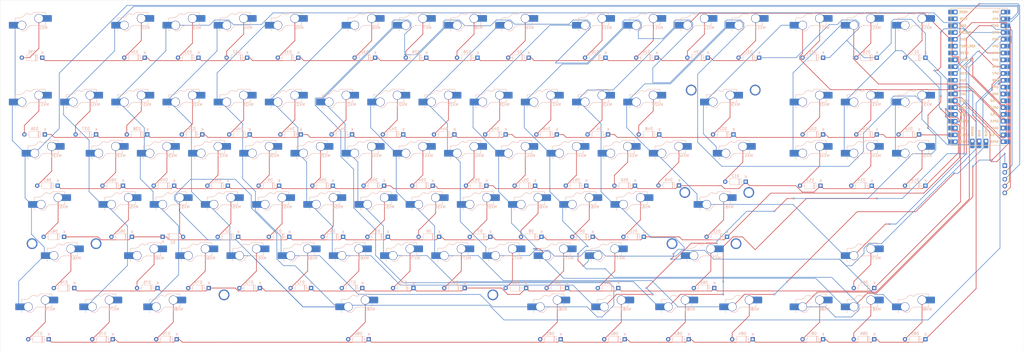
<source format=kicad_pcb>
(kicad_pcb (version 20240108) (generator "pcbnew") (generator_version "8.0")
  (layers (0 "F.Cu" signal) (31 "B.Cu" signal) (34 "B.Paste" user) (35 "F.Paste" user) (36 "B.SilkS" user "B.Silkscreen") (37 "F.SilkS" user "F.Silkscreen") (38 "B.Mask" user) (39 "F.Mask" user) (44 "Edge.Cuts" user))
  (net 0 "")
  (net 1 "Row 3")
  (net 2 "Net-(D1-A)")
  (net 3 "Net-(D2-A)")
  (net 4 "Net-(D3-A)")
  (net 5 "Net-(D4-A)")
  (net 6 "Net-(D5-A)")
  (net 7 "Net-(D6-A)")
  (net 8 "Net-(D7-A)")
  (net 9 "Net-(D8-A)")
  (net 10 "Net-(D9-A)")
  (net 11 "Net-(D10-A)")
  (net 12 "Net-(D11-A)")
  (net 13 "Net-(D12-A)")
  (net 14 "Row 2")
  (net 15 "Net-(D13-A)")
  (net 16 "Net-(D14-A)")
  (net 17 "Net-(D15-A)")
  (net 18 "Net-(D16-A)")
  (net 19 "Row 1")
  (net 20 "Net-(D17-A)")
  (net 21 "Row 0")
  (net 22 "Net-(D18-A)")
  (net 23 "Net-(D19-A)")
  (net 24 "Net-(D20-A)")
  (net 25 "Net-(D21-A)")
  (net 26 "Net-(D22-A)")
  (net 27 "Net-(D23-A)")
  (net 28 "Net-(D24-A)")
  (net 29 "Net-(D25-A)")
  (net 30 "Net-(D26-A)")
  (net 31 "Net-(D27-A)")
  (net 32 "Net-(D28-A)")
  (net 33 "Net-(D29-A)")
  (net 34 "Net-(D30-A)")
  (net 35 "Net-(D31-A)")
  (net 36 "Net-(D32-A)")
  (net 37 "Net-(D33-A)")
  (net 38 "Net-(D34-A)")
  (net 39 "Net-(D35-A)")
  (net 40 "Net-(D36-A)")
  (net 41 "Net-(D37-A)")
  (net 42 "Net-(D38-A)")
  (net 43 "Net-(D39-A)")
  (net 44 "Net-(D40-A)")
  (net 45 "Net-(D41-A)")
  (net 46 "Net-(D42-A)")
  (net 47 "Net-(D43-A)")
  (net 48 "Net-(D44-A)")
  (net 49 "Net-(D45-A)")
  (net 50 "Net-(D46-A)")
  (net 51 "Net-(D47-A)")
  (net 52 "Net-(D48-A)")
  (net 53 "Net-(D49-A)")
  (net 54 "Net-(D50-A)")
  (net 55 "Net-(D51-A)")
  (net 56 "Net-(D52-A)")
  (net 57 "Net-(D53-A)")
  (net 58 "Net-(D54-A)")
  (net 59 "Net-(D55-A)")
  (net 60 "Net-(D56-A)")
  (net 61 "Net-(D57-A)")
  (net 62 "Net-(D58-A)")
  (net 63 "Net-(D59-A)")
  (net 64 "Net-(D60-A)")
  (net 65 "Net-(D61-A)")
  (net 66 "Net-(D62-A)")
  (net 67 "Net-(D63-A)")
  (net 68 "Net-(D64-A)")
  (net 69 "Row 4")
  (net 70 "Net-(D66-A)")
  (net 71 "Net-(D67-A)")
  (net 72 "Net-(D68-A)")
  (net 73 "Net-(D69-A)")
  (net 74 "Net-(D70-A)")
  (net 75 "Net-(D71-A)")
  (net 76 "Net-(D72-A)")
  (net 77 "Net-(D73-A)")
  (net 78 "Net-(D74-A)")
  (net 79 "Net-(D75-A)")
  (net 80 "Net-(D76-A)")
  (net 81 "Row 5")
  (net 82 "Net-(D78-A)")
  (net 83 "Net-(D79-A)")
  (net 84 "Net-(D80-A)")
  (net 85 "Net-(D81-A)")
  (net 86 "Net-(D82-A)")
  (net 87 "Net-(D83-A)")
  (net 88 "Net-(D84-A)")
  (net 89 "Net-(D85-A)")
  (net 90 "Net-(D86-A)")
  (net 91 "Net-(D87-A)")
  (net 92 "GND")
  (net 93 "3V3")
  (net 94 "S1A")
  (net 95 "S1B")
  (net 96 "SW")
  (net 97 "Column 0")
  (net 98 "Column 1")
  (net 99 "Column 2")
  (net 100 "Column 3")
  (net 101 "Column 4")
  (net 102 "Column 5")
  (net 103 "Column 6")
  (net 104 "Column 7")
  (net 105 "Column 8")
  (net 106 "Column 9")
  (net 107 "Column 10")
  (net 108 "Column 11")
  (net 109 "Column 12")
  (net 110 "Column 13")
  (net 111 "Column 14")
  (net 112 "Column 15")
  (net 113 "Column 16")
  (net 130 "Net-(D65-A)")
  (net 131 "Net-(D77-A)")
  (footprint "PCM_marbastlib-mx:STAB_MX_P_2.25u" (layer "F.Cu") (at 42.8625 128.5875)
    (property "Reference" "S4" (hide yes))
    (property "Value" "MX_stab")
  )
  (footprint "PCM_marbastlib-mx:STAB_MX_P_6.25u" (layer "F.Cu") (at 152.4 147.6375)
    (property "Reference" "S1" (hide yes))
    (property "Value" "MX_stab")
  )
  (footprint "PCM_marbastlib-mx:STAB_MX_P_2u" (layer "F.Cu") (at 288.13125 71.4375)
    (property "Reference" "S2" (hide yes))
    (property "Value" "MX_stab")
  )
  (footprint "PCM_marbastlib-mx:STAB_MX_P_2.25u" (layer "F.Cu") (at 285.75 109.5375)
    (property "Reference" "S3" (hide yes))
    (property "Value" "MX_stab")
  )
  (footprint "PCM_marbastlib-mx:STAB_MX_P_2.75u" (layer "F.Cu") (at 280.9875 128.5875)
    (property "Reference" "S5" (hide yes))
    (property "Value" "MX_stab")
  )
  (footprint "Connector_PinHeader_2.54mm:PinHeader_1x05_P2.54mm_Vertical" (layer "F.Cu") (at 392.90625 92.55125)
    (property "Reference" "J1")
    (property "Value" "Conn_01x05_Pin")
  )
  (footprint "PCM_marbastlib-xp-mx:SW_MX_HS_KS-2P02B01-01_1u" (layer "B.Cu") (at 359.56875 90.4875 180)
    (property "Reference" "MX50")
    (property "Value" "MX_SW_HS")
  )
  (footprint "Diode_THT:D_DO-35_SOD27_P7.62mm_Horizontal" (layer "B.Cu") (at 188.11875 80.9625 180)
    (property "Reference" "D44")
    (property "Value" "1N4148")
  )
  (footprint "PCM_marbastlib-xp-mx:SW_MX_HS_KS-2P02B01-01_1u" (layer "B.Cu") (at 207.16875 128.5875 180)
    (property "Reference" "MX72")
    (property "Value" "MX_SW_HS")
  )
  (footprint "Diode_THT:D_DO-35_SOD27_P7.62mm_Horizontal" (layer "B.Cu") (at 68.10375 119.0625 180)
    (property "Reference" "D63")
    (property "Value" "1N4148")
  )
  (footprint "Diode_THT:D_DO-35_SOD27_P7.62mm_Horizontal" (layer "B.Cu") (at 142.875 100.0125 180)
    (property "Reference" "D56")
    (property "Value" "1N4148")
  )
  (footprint "PCM_marbastlib-xp-mx:SW_MX_HS_KS-2P02B01-01_1u" (layer "B.Cu") (at 183.35625 71.4375 180)
    (property "Reference" "MX25")
    (property "Value" "MX_SW_HS")
  )
  (footprint "Diode_THT:D_DO-35_SOD27_P7.62mm_Horizontal" (layer "B.Cu") (at 169.06875 80.9625 180)
    (property "Reference" "D43")
    (property "Value" "1N4148")
  )
  (footprint "Diode_THT:D_DO-35_SOD27_P7.62mm_Horizontal" (layer "B.Cu") (at 324.32625 100.0125 180)
    (property "Reference" "D13")
    (property "Value" "1N4148")
  )
  (footprint "PCM_marbastlib-xp-mx:SW_MX_HS_KS-2P02B01-01_1u" (layer "B.Cu") (at 173.83125 42.8625 180)
    (property "Reference" "MX7")
    (property "Value" "MX_SW_HS")
  )
  (footprint "Diode_THT:D_DO-35_SOD27_P7.62mm_Horizontal" (layer "B.Cu") (at 196.69125 52.3875 180)
    (property "Reference" "D28")
    (property "Value" "1N4148")
  )
  (footprint "PCM_marbastlib-xp-mx:SW_MX_HS_KS-2P02B01-01_1u" (layer "B.Cu") (at 292.89375 90.4875 180)
    (property "Reference" "MX47")
    (property "Value" "MX_SW_HS")
  )
  (footprint "Diode_THT:D_DO-35_SOD27_P7.62mm_Horizontal" (layer "B.Cu") (at 130.96875 80.9625 180)
    (property "Reference" "D41")
    (property "Value" "1N4148")
  )
  (footprint "Diode_THT:D_DO-35_SOD27_P7.62mm_Horizontal" (layer "B.Cu") (at 96.67875 138.1125 180)
    (property "Reference" "D74")
    (property "Value" "1N4148")
  )
  (footprint "Diode_THT:D_DO-35_SOD27_P7.62mm_Horizontal" (layer "B.Cu") (at 180.0225 100.0125 180)
    (property "Reference" "D54")
    (property "Value" "1N4148")
  )
  (footprint "PCM_marbastlib-xp-mx:SW_MX_HS_KS-2P02B01-01_1u" (layer "B.Cu") (at 340.51875 90.4875 180)
    (property "Reference" "MX49")
    (property "Value" "MX_SW_HS")
  )
  (footprint "Diode_THT:D_DO-35_SOD27_P7.62mm_Horizontal" (layer "B.Cu") (at 37.1475 157.1625 180)
    (property "Reference" "D77")
    (property "Value" "1N4148")
  )
  (footprint "PCM_marbastlib-xp-mx:SW_MX_HS_KS-2P02B01-01_1u" (layer "B.Cu") (at 164.30625 71.4375 180)
    (property "Reference" "MX24")
    (property "Value" "MX_SW_HS")
  )
  (footprint "Diode_THT:D_DO-35_SOD27_P7.62mm_Horizontal" (layer "B.Cu") (at 325.27875 52.3875 180)
    (property "Reference" "D21")
    (property "Value" "1N4148")
  )
  (footprint "PCM_marbastlib-xp-mx:SW_MX_HS_KS-2P02B01-01_1u" (layer "B.Cu") (at 202.40625 71.4375 180)
    (property "Reference" "MX26")
    (property "Value" "MX_SW_HS")
  )
  (footprint "PCM_marbastlib-xp-mx:SW_MX_HS_KS-2P02B01-01_1u" (layer "B.Cu") (at 340.51875 128.5875 180)
    (property "Reference" "MX76")
    (property "Value" "MX_SW_HS")
  )
  (footprint "Diode_THT:D_DO-35_SOD27_P7.62mm_Horizontal" (layer "B.Cu") (at 107.6325 119.0625 180)
    (property "Reference" "D2")
    (property "Value" "1N4148")
  )
  (footprint "PCM_marbastlib-xp-mx:SW_MX_HS_KS-2P02B01-01_1u" (layer "B.Cu") (at 278.60625 42.8625 180)
    (property "Reference" "MX12")
    (property "Value" "MX_SW_HS")
  )
  (footprint "Diode_THT:D_DO-35_SOD27_P7.62mm_Horizontal" (layer "B.Cu") (at 83.82 100.0125 180)
    (property "Reference" "D59")
    (property "Value" "1N4148")
  )
  (footprint "Diode_THT:D_DO-35_SOD27_P7.62mm_Horizontal" (layer "B.Cu") (at 72.86625 52.3875 180)
    (property "Reference" "D34")
    (property "Value" "1N4148")
  )
  (footprint "Diode_THT:D_DO-35_SOD27_P7.62mm_Horizontal" (layer "B.Cu") (at 172.87875 138.1125 180)
    (property "Reference" "D70")
    (property "Value" "1N4148")
  )
  (footprint "Diode_THT:D_DO-35_SOD27_P7.62mm_Horizontal" (layer "B.Cu") (at 284.7975 138.1125 180)
    (property "Reference" "D65")
    (property "Value" "1N4148")
  )
  (footprint "PCM_marbastlib-xp-mx:SW_MX_HS_KS-2P02B01-01_1u" (layer "B.Cu") (at 216.69375 109.5375 180)
    (property "Reference" "MX60")
    (property "Value" "MX_SW_HS")
  )
  (footprint "Diode_THT:D_DO-35_SOD27_P7.62mm_Horizontal" (layer "B.Cu") (at 177.64125 52.3875 180)
    (property "Reference" "D29")
    (property "Value" "1N4148")
  )
  (footprint "Diode_THT:D_DO-35_SOD27_P7.62mm_Horizontal" (layer "B.Cu") (at 115.72875 138.1125 180)
    (property "Reference" "D73")
    (property "Value" "1N4148")
  )
  (footprint "Diode_THT:D_DO-35_SOD27_P7.62mm_Horizontal" (layer "B.Cu") (at 77.62875 138.1125 180)
    (property "Reference" "D75")
    (property "Value" "1N4148")
  )
  (footprint "Diode_THT:D_DO-35_SOD27_P7.62mm_Horizontal" (layer "B.Cu") (at 249.07875 138.1125 180)
    (property "Reference" "D66")
    (property "Value" "1N4148")
  )
  (footprint "Diode_THT:D_DO-35_SOD27_P7.62mm_Horizontal" (layer "B.Cu") (at 271.67 99.95 180)
    (property "Reference" "D49")
    (property "Value" "1N4148")
  )
  (footprint "Diode_THT:D_DO-35_SOD27_P7.62mm_Horizontal" (layer "B.Cu") (at 226.21875 80.9625 180)
    (property "Reference" "D46")
    (property "Value" "1N4148")
  )
  (footprint "PCM_marbastlib-xp-mx:SW_MX_HS_KS-2P02B01-01_1u" (layer "B.Cu") (at 140.49375 109.5375 180)
    (property "Reference" "MX56")
    (property "Value" "MX_SW_HS")
  )
  (footprint "PCM_marbastlib-xp-mx:SW_MX_HS_KS-2P02B01-01_1u" (layer "B.Cu") (at 192.88125 90.4875 180)
    (property "Reference" "MX42")
    (property "Value" "MX_SW_HS")
  )
  (footprint "PCM_marbastlib-xp-mx:SW_MX_HS_KS-2P02B01-01_1u" (layer "B.Cu") (at 321.46875 90.4875 180)
    (property "Reference" "MX48")
    (property "Value" "MX_SW_HS")
  )
  (footprint "PCM_marbastlib-xp-mx:SW_MX_HS_KS-2P02B01-01_1u" (layer "B.Cu") (at 297.65625 42.8625 180)
    (property "Reference" "MX13")
    (property "Value" "MX_SW_HS")
  )
  (footprint "PCM_marbastlib-xp-mx:SW_MX_HS_KS-2P02B01-01_1u" (layer "B.Cu") (at 245.26875 128.5875 180)
    (property "Reference" "MX74")
    (property "Value" "MX_SW_HS")
  )
  (footprint "Diode_THT:D_DO-35_SOD27_P7.62mm_Horizontal" (layer "B.Cu") (at 84.7725 157.1625 180)
    (property "Reference" "D79")
    (property "Value" "1N4148")
  )
  (footprint "Diode_THT:D_DO-35_SOD27_P7.62mm_Horizontal" (layer "B.Cu") (at 363.37875 100.0125 180)
    (property "Reference" "D15")
    (property "Value" "1N4148")
  )
  (footprint "PCM_marbastlib-xp-mx:SW_MX_HS_KS-2P02B01-01_1u" (layer "B.Cu") (at 73.81875 128.5875 180)
    (property "Reference" "MX65")
    (property "Value" "MX_SW_HS")
  )
  (footprint "Diode_THT:D_DO-35_SOD27_P7.62mm_Horizontal" (layer "B.Cu") (at 325.27875 157.1625 180)
    (property "Reference" "D87")
    (property "Value" "1N4148")
  )
  (footprint "PCM_marbastlib-xp-mx:SW_MX_HS_KS-2P02B01-01_1u" (layer "B.Cu") (at 211.93125 42.8625 180)
    (property "Reference" "MX9")
    (property "Value" "MX_SW_HS")
  )
  (footprint "Diode_THT:D_DO-35_SOD27_P7.62mm_Horizontal" (layer "B.Cu") (at 239.55375 119.0625 180)
    (property "Reference" "D9")
    (property "Value" "1N4148")
  )
  (footprint "PCM_marbastlib-xp-mx:SW_MX_HS_KS-2P02B01-01_1u" (layer "B.Cu") (at 188.11875 128.5875 180)
    (property "Reference" "MX71")
    (property "Value" "MX_SW_HS")
  )
  (footprint "Diode_THT:D_DO-35_SOD27_P7.62mm_Horizontal" (layer "B.Cu") (at 291.94125 80.9625 180)
    (property "Reference" "D23")
    (property "Value" "1N4148")
  )
  (footprint "Diode_THT:D_DO-35_SOD27_P7.62mm_Horizontal" (layer "B.Cu") (at 73.81875 80.9625 180)
    (property "Reference" "D38")
    (property "Value" "1N4148")
  )
  (footprint "Diode_THT:D_DO-35_SOD27_P7.62mm_Horizontal" (layer "B.Cu") (at 64.77 100.0125 180)
    (property "Reference" "D60")
    (property "Value" "1N4148")
  )
  (footprint "PCM_marbastlib-xp-mx:SW_MX_HS_KS-2P02B01-01_1u" (layer "B.Cu") (at 80.9625 147.6375 180)
    (property "Reference" "MX80")
    (property "Value" "MX_SW_HS")
  )
  (footprint "PCM_marbastlib-xp-mx:SW_MX_HS_KS-2P02B01-01_1u" (layer "B.Cu") (at 92.86875 128.5875 180)
    (property "Reference" "MX66")
    (property "Value" "MX_SW_HS")
  )
  (footprint "Diode_THT:D_DO-35_SOD27_P7.62mm_Horizontal" (layer "B.Cu") (at 244.31625 52.3875 180)
    (property "Reference" "D26")
    (property "Value" "1N4148")
  )
  (footprint "Diode_THT:D_DO-35_SOD27_P7.62mm_Horizontal" (layer "B.Cu") (at 134.77875 138.1125 180)
    (property "Reference" "D72")
    (property "Value" "1N4148")
  )
  (footprint "PCM_marbastlib-xp-mx:SW_MX_HS_KS-2P02B01-01_1u" (layer "B.Cu") (at 111.91875 128.5875 180)
    (property "Reference" "MX67")
    (property "Value" "MX_SW_HS")
  )
  (footprint "Diode_THT:D_DO-35_SOD27_P7.62mm_Horizontal" (layer "B.Cu") (at 163.35375 119.0625 180)
    (property "Reference" "D5")
    (property "Value" "1N4148")
  )
  (footprint "PCM_marbastlib-xp-mx:SW_MX_HS_KS-2P02B01-01_1u" (layer "B.Cu") (at 340.51875 71.4375 180)
    (property "Reference" "MX32")
    (property "Value" "MX_SW_HS")
  )
  (footprint "Diode_THT:D_DO-35_SOD27_P7.62mm_Horizontal" (layer "B.Cu") (at 325.27875 80.9625 180)
    (property "Reference" "D20")
    (property "Value" "1N4148")
  )
  (footprint "PCM_marbastlib-xp-mx:SW_MX_HS_KS-2P02B01-01_1u" (layer "B.Cu") (at 154.78125 90.4875 180)
    (property "Reference" "MX40")
    (property "Value" "MX_SW_HS")
  )
  (footprint "Diode_THT:D_DO-35_SOD27_P7.62mm_Horizontal" (layer "B.Cu") (at 220.50375 119.0625 180)
    (property "Reference" "D8")
    (property "Value" "1N4148")
  )
  (footprint "PCM_marbastlib-xp-mx:SW_MX_HS_KS-2P02B01-01_1u" (layer "B.Cu") (at 359.56875 42.8625 180)
    (property "Reference" "MX16")
    (property "Value" "MX_SW_HS")
  )
  (footprint "Diode_THT:D_DO-35_SOD27_P7.62mm_Horizontal" (layer "B.Cu") (at 343.37625 100.0125 180)
    (property "Reference" "D14")
    (property "Value" "1N4148")
  )
  (footprint "Diode_THT:D_DO-35_SOD27_P7.62mm_Horizontal" (layer "B.Cu") (at 110.96625 52.3875 180)
    (property "Reference" "D32")
    (property "Value" "1N4148")
  )
  (footprint "Diode_THT:D_DO-35_SOD27_P7.62mm_Horizontal" (layer "B.Cu") (at 214.78875 138.1125 180)
    (property "Reference" "D68")
    (property "Value" "1N4148")
  )
  (footprint "Diode_THT:D_DO-35_SOD27_P7.62mm_Horizontal" (layer "B.Cu") (at 150.01875 80.9625 180)
    (property "Reference" "D42")
    (property "Value" "1N4148")
  )
  (footprint "PCM_marbastlib-xp-mx:SW_MX_HS_KS-2P02B01-01_1u" (layer "B.Cu") (at 88.10625 42.8625 180)
    (property "Reference" "MX3")
    (property "Value" "MX_SW_HS")
  )
  (footprint "Diode_THT:D_DO-35_SOD27_P7.62mm_Horizontal" (layer "B.Cu") (at 92.86875 52.3875 180)
    (property "Reference" "D33")
    (property "Value" "1N4148")
  )
  (footprint "PCM_marbastlib-xp-mx:SW_MX_HS_KS-2P02B01-01_1u" (layer "B.Cu") (at 254.79375 109.5375 180)
    (property "Reference" "MX62")
    (property "Value" "MX_SW_HS")
  )
  (footprint "PCM_marbastlib-xp-mx:SW_MX_HS_KS-2P02B01-01_1u" (layer "B.Cu") (at 321.46875 147.6375 180)
    (property "Reference" "MX88")
    (property "Value" "MX_SW_HS")
  )
  (footprint "PCM_marbastlib-xp-mx:SW_MX_HS_KS-2P02B01-01_1u" (layer "B.Cu") (at 235.74375 109.5375 180)
    (property "Reference" "MX61")
    (property "Value" "MX_SW_HS")
  )
  (footprint "Diode_THT:D_DO-35_SOD27_P7.62mm_Horizontal" (layer "B.Cu") (at 230.02875 138.1125 180)
    (property "Reference" "D67")
    (property "Value" "1N4148")
  )
  (footprint "PCM_marbastlib-xp-mx:SW_MX_HS_KS-2P02B01-01_1u" (layer "B.Cu") (at 30.95625 71.4375 180)
    (property "Reference" "MX17")
    (property "Value" "MX_SW_HS")
  )
  (footprint "Diode_THT:D_DO-35_SOD27_P7.62mm_Horizontal" (layer "B.Cu") (at 130.01625 52.3875 180)
    (property "Reference" "D31")
    (property "Value" "1N4148")
  )
  (footprint "PCM_marbastlib-xp-mx:SW_MX_HS_KS-2P02B01-01_1u" (layer "B.Cu") (at 69.05625 71.4375 180)
    (property "Reference" "MX19")
    (property "Value" "MX_SW_HS")
  )
  (footprint "Diode_THT:D_DO-35_SOD27_P7.62mm_Horizontal" (layer "B.Cu") (at 40.48125 100.0125 180)
    (property "Reference" "D61")
    (property "Value" "1N4148")
  )
  (footprint "Diode_THT:D_DO-35_SOD27_P7.62mm_Horizontal" (layer "B.Cu") (at 158.59125 52.3875 180)
    (property "Reference" "D30")
    (property "Value" "1N4148")
  )
  (footprint "PCM_marbastlib-xp-mx:SW_MX_HS_KS-2P02B01-01_1u" (layer "B.Cu") (at 223.8375 147.6375 180)
    (property "Reference" "MX82")
    (property "Value" "MX_SW_HS")
  )
  (footprint "Diode_THT:D_DO-35_SOD27_P7.62mm_Horizontal" (layer "B.Cu") (at 360.9975 80.9625 180)
    (property "Reference" "D16")
    (property "Value" "1N4148")
  )
  (footprint "Diode_THT:D_DO-35_SOD27_P7.62mm_Horizontal" (layer "B.Cu") (at 122.8725 100.0125 180)
    (property "Reference" "D57")
    (property "Value" "1N4148")
  )
  (footprint "PCM_marbastlib-xp-mx:SW_MX_HS_KS-2P02B01-01_1u" (layer "B.Cu") (at 35.71875 90.4875 180)
    (property "Reference" "MX34")
    (property "Value" "MX_SW_HS")
  )
  (footprint "Diode_THT:D_DO-35_SOD27_P7.62mm_Horizontal" (layer "B.Cu") (at 156.21 157.1625 180)
    (property "Reference" "D80")
    (property "Value" "1N4148")
  )
  (footprint "PCM_marbastlib-xp-mx:SW_MX_HS_KS-2P02B01-01_1u" (layer "B.Cu") (at 150.01875 128.5875 180)
    (property "Reference" "MX69")
    (property "Value" "MX_SW_HS")
  )
  (footprint "PCM_marbastlib-xp-mx:SW_MX_HS_KS-2P02B01-01_1u" (layer "B.Cu") (at 359.56875 147.6375 180)
    (property "Reference" "MX86")
    (property "Value" "MX_SW_HS")
  )
  (footprint "Diode_THT:D_DO-35_SOD27_P7.62mm_Horizontal" (layer "B.Cu") (at 258.60375 119.0625 180)
    (property "Reference" "D10")
    (property "Value" "1N4148")
  )
  (footprint "Diode_THT:D_DO-35_SOD27_P7.62mm_Horizontal" (layer "B.Cu") (at 201.45375 119.0625 180)
    (property "Reference" "D7")
    (property "Value" "1N4148")
  )
  (footprint "Diode_THT:D_DO-35_SOD27_P7.62mm_Horizontal" (layer "B.Cu") (at 263.36625 52.3875 180)
    (property "Reference" "D25")
    (property "Value" "1N4148")
  )
  (footprint "Diode_THT:D_DO-35_SOD27_P7.62mm_Horizontal" (layer "B.Cu") (at 111.91875 80.9625 180)
    (property "Reference" "D40")
    (property "Value" "1N4148")
  )
  (footprint "Diode_THT:D_DO-35_SOD27_P7.62mm_Horizontal" (layer "B.Cu") (at 79.53375 119.0625)
    (property "Reference" "D1")
    (property "Value" "1N4148")
  )
  (footprint "PCM_marbastlib-xp-mx:SW_MX_HS_KS-2P02B01-01_1u" (layer "B.Cu") (at 57.15 147.6375 180)
    (property "Reference" "MX79")
    (property "Value" "MX_SW_HS")
  )
  (footprint "Diode_THT:D_DO-35_SOD27_P7.62mm_Horizontal" (layer "B.Cu") (at 245.26875 80.9625 180)
    (property "Reference" "D47")
    (property "Value" "1N4148")
  )
  (footprint "Diode_THT:D_DO-35_SOD27_P7.62mm_Horizontal" (layer "B.Cu") (at 237.1725 100.0125 180)
    (property "Reference" "D51")
    (property "Value" "1N4148")
  )
  (footprint "Diode_THT:D_DO-35_SOD27_P7.62mm_Horizontal" (layer "B.Cu") (at 146.685 119.0625 180)
    (property "Reference" "D4")
    (property "Value" "1N4148")
  )
  (footprint "PCM_marbastlib-xp-mx:SW_MX_HS_KS-2P02B01-01_1u" (layer "B.Cu") (at 211.93125 90.4875 180)
    (property "Reference" "MX43")
    (property "Value" "MX_SW_HS")
  )
  (footprint "PCM_marbastlib-xp-mx:SW_MX_HS_KS-2P02B01-01_1u" (layer "B.Cu") (at 33.3375 147.6375 180)
    (property "Reference" "MX78")
    (property "Value" "MX_SW_HS")
  )
  (footprint "PCM_marbastlib-xp-mx:SW_MX_HS_KS-2P02B01-01_1u" (layer "B.Cu") (at 240.50625 71.4375 180)
    (property "Reference" "MX28")
    (property "Value" "MX_SW_HS")
  )
  (footprint "Diode_THT:D_DO-35_SOD27_P7.62mm_Horizontal" (layer "B.Cu") (at 345.28125 80.9625 180)
    (property "Reference" "D19")
    (property "Value" "1N4148")
  )
  (footprint "PCM_marbastlib-xp-mx:SW_MX_HS_KS-2P02B01-01_1u" (layer "B.Cu") (at 197.64375 109.5375 180)
    (property "Reference" "MX59")
    (property "Value" "MX_SW_HS")
  )
  (footprint "PCM_marbastlib-xp-mx:SW_MX_HS_KS-2P02B01-01_1u" (layer "B.Cu") (at 107.15625 42.8625 180)
    (property "Reference" "MX4")
    (property "Value" "MX_SW_HS")
  )
  (footprint "Diode_THT:D_DO-35_SOD27_P7.62mm_Horizontal" (layer "B.Cu") (at 161.925 100.0125 180)
    (property "Reference" "D55")
    (property "Value" "1N4148")
  )
  (footprint "PCM_marbastlib-xp-mx:SW_MX_HS_KS-2P02B01-01_1u" (layer "B.Cu") (at 121.44375 109.5375 180)
    (property "Reference" "MX55")
    (property "Value" "MX_SW_HS")
  )
  (footprint "PCM_marbastlib-xp-mx:SW_MX_HS_KS-2P02B01-01_1u" (layer "B.Cu") (at 295.275 147.6375 180)
    (property "Reference" "MX85")
    (property "Value" "MX_SW_HS")
  )
  (footprint "Diode_THT:D_DO-35_SOD27_P7.62mm_Horizontal" (layer "B.Cu") (at 35.71875 80.9625 180)
    (property "Reference" "D36")
    (property "Value" "1N4148")
  )
  (footprint "ScottoKeebs_MCU:Raspberry_Pi_Pico" (layer "B.Cu") (at 383.38125 59.53125 180)
    (property "Reference" "U1" (hide yes))
    (property "Value" "Raspberry_Pi_Pico" (hide yes))
  )
  (footprint "PCM_marbastlib-xp-mx:SW_MX_HS_KS-2P02B01-01_1u" (layer "B.Cu") (at 178.59375 109.5375 180)
    (property "Reference" "MX58")
    (property "Value" "MX_SW_HS")
  )
  (footprint "PCM_marbastlib-xp-mx:SW_MX_HS_KS-2P02B01-01_1u" (layer "B.Cu") (at 38.1 109.5375 180)
    (property "Reference" "MX51")
    (property "Value" "MX_SW_HS")
  )
  (footprint "PCM_marbastlib-xp-mx:SW_MX_HS_KS-2P02B01-01_1u" (layer "B.Cu") (at 226.21875 128.5875 180)
    (property "Reference" "MX73")
    (property "Value" "MX_SW_HS")
  )
  (footprint "Diode_THT:D_DO-35_SOD27_P7.62mm_Horizontal" (layer "B.Cu") (at 264.31875 80.9625 180)
    (property "Reference" "D48")
    (property "Value" "1N4148")
  )
  (footprint "PCM_marbastlib-xp-mx:SW_MX_HS_KS-2P02B01-01_1u" (layer "B.Cu") (at 169.06875 128.5875 180)
    (property "Reference" "MX70")
    (property "Value" "MX_SW_HS")
  )
  (footprint "Diode_THT:D_DO-35_SOD27_P7.62mm_Horizontal" (layer "B.Cu") (at 301.46625 52.3875 180)
    (property "Reference" "D22")
    (property "Value" "1N4148")
  )
  (footprint "Diode_THT:D_DO-35_SOD27_P7.62mm_Horizontal" (layer "B.Cu") (at 296.485 98.55 180)
    (property "Reference" "D12")
    (property "Value" "1N4148")
  )
  (footprint "PCM_marbastlib-xp-mx:SW_MX_HS_KS-2P02B01-01_1u" (layer "B.Cu") (at 145.25625 71.4375 180)
    (property "Reference" "MX23")
    (property "Value" "MX_SW_HS")
  )
  (footprint "PCM_marbastlib-xp-mx:SW_MX_HS_KS-2P02B01-01_1u" (layer "B.Cu") (at 321.46875 71.4375 180)
    (property "Reference" "MX31")
    (property "Value" "MX_SW_HS")
  )
  (footprint "Diode_THT:D_DO-35_SOD27_P7.62mm_Horizontal" (layer "B.Cu") (at 191.92875 138.1125 180)
    (property "Reference" "D69")
    (property "Value" "1N4148")
  )
  (footprint "PCM_marbastlib-xp-mx:SW_MX_HS_KS-2P02B01-01_1u" (layer "B.Cu") (at 259.55625 42.8625 180)
    (property "Reference" "MX11")
    (property "Value" "MX_SW_HS")
  )
  (footprint "PCM_marbastlib-xp-mx:SW_MX_HS_KS-2P02B01-01_1u" (layer "B.Cu") (at 321.46875 42.8625 180)
    (property "Reference" "MX14")
    (property "Value" "MX_SW_HS")
  )
  (footprint "PCM_marbastlib-xp-mx:SW_MX_HS_KS-2P02B01-01_1u" (layer "B.Cu") (at 259.55625 71.4375 180)
    (property "Reference" "MX29")
    (property "Value" "MX_SW_HS")
  )
  (footprint "PCM_marbastlib-xp-mx:SW_MX_HS_KS-2P02B01-01_1u" (layer "B.Cu") (at 69.05625 42.8625 180)
    (property "Reference" "MX2")
    (property "Value" "MX_SW_HS")
  )
  (footprint "PCM_marbastlib-xp-mx:SW_MX_HS_KS-2P02B01-01_1u" (layer "B.Cu") (at 271.4625 147.6375 180)
    (property "Reference" "MX84")
    (property "Value" "MX_SW_HS")
  )
  (footprint "PCM_marbastlib-xp-mx:SW_MX_HS_KS-2P02B01-01_1u" (layer "B.Cu") (at 340.51875 147.6375 180)
    (property "Reference" "MX87")
    (property "Value" "MX_SW_HS")
  )
  (footprint "Diode_THT:D_DO-35_SOD27_P7.62mm_Horizontal" (layer "B.Cu") (at 363.37875 52.3875 180)
    (property "Reference" "D17")
    (property "Value" "1N4148")
  )
  (footprint "Diode_THT:D_DO-35_SOD27_P7.62mm_Horizontal" (layer "B.Cu") (at 255.27 100.0125 180)
    (property "Reference" "D50")
    (property "Value" "1N4148")
  )
  (footprint "PCM_marbastlib-xp-mx:SW_MX_HS_KS-2P02B01-01_1u" (layer "B.Cu") (at 230.98125 90.4875 180)
    (property "Reference" "MX44")
    (property "Value" "MX_SW_HS")
  )
  (footprint "Diode_THT:D_DO-35_SOD27_P7.62mm_Horizontal" (layer "B.Cu") (at 103.8225 100.0125 180)
    (property "Reference" "D58")
    (property "Value" "1N4148")
  )
  (footprint "PCM_marbastlib-xp-mx:SW_MX_HS_KS-2P02B01-01_1u" (layer "B.Cu") (at 221.45625 71.4375 180)
    (property "Reference" "MX27")
    (property "Value" "MX_SW_HS")
  )
  (footprint "PCM_marbastlib-xp-mx:SW_MX_HS_KS-2P02B01-01_1u" (layer "B.Cu") (at 30.95625 42.8625 180)
    (property "Reference" "MX1")
    (property "Value" "MX_SW_HS")
  )
  (footprint "Diode_THT:D_DO-35_SOD27_P7.62mm_Horizontal" (layer "B.Cu") (at 42.8625 119.0625 180)
    (property "Reference" "D62")
    (property "Value" "1N4148")
  )
  (footprint "Diode_THT:D_DO-35_SOD27_P7.62mm_Horizontal" (layer "B.Cu") (at 227.6475 157.1625 180)
    (property "Reference" "D81")
    (property "Value" "1N4148")
  )
  (footprint "PCM_marbastlib-xp-mx:SW_MX_HS_KS-2P02B01-01_1u" (layer "B.Cu") (at 173.83125 90.4875 180)
    (property "Reference" "MX41")
    (property "Value" "MX_SW_HS")
  )
  (footprint "Diode_THT:D_DO-35_SOD27_P7.62mm_Horizontal" (layer "B.Cu") (at 46.6725 138.1125 180)
    (property "Reference" "D76")
    (property "Value" "1N4148")
  )
  (footprint "PCM_marbastlib-xp-mx:SW_MX_HS_KS-2P02B01-01_1u" (layer "B.Cu") (at 83.34375 109.5375 180)
    (property "Reference" "MX53")
    (property "Value" "MX_SW_HS")
  )
  (footprint "PCM_marbastlib-xp-mx:SW_MX_HS_KS-2P02B01-01_1u" (layer "B.Cu") (at 42.8625 128.5875 180)
    (property "Reference" "MX64")
    (property "Value" "MX_SW_HS")
  )
  (footprint "PCM_marbastlib-xp-mx:SW_MX_HS_KS-2P02B01-01_1u" (layer "B.Cu") (at 285.75 109.5375 180)
    (property "Reference" "MX63")
    (property "Value" "MX_SW_HS")
  )
  (footprint "PCM_marbastlib-xp-mx:SW_MX_HS_KS-2P02B01-01_1u" (layer "B.Cu") (at 135.73125 90.4875 180)
    (property "Reference" "MX39")
    (property "Value" "MX_SW_HS")
  )
  (footprint "PCM_marbastlib-xp-mx:SW_MX_HS_KS-2P02B01-01_1u" (layer "B.Cu") (at 78.58125 90.4875 180)
    (property "Reference" "MX36")
    (property "Value" "MX_SW_HS")
  )
  (footprint "PCM_marbastlib-xp-mx:SW_MX_HS_KS-2P02B01-01_1u" (layer "B.Cu") (at 116.68125 90.4875 180)
    (property "Reference" "MX38")
    (property "Value" "MX_SW_HS")
  )
  (footprint "Diode_THT:D_DO-35_SOD27_P7.62mm_Horizontal" (layer "B.Cu") (at 251.46 157.1625 180)
    (property "Reference" "D82")
    (property "Value" "1N4148")
  )
  (footprint "Diode_THT:D_DO-35_SOD27_P7.62mm_Horizontal" (layer "B.Cu") (at 363.37875 157.1625 180)
    (property "Reference" "D85")
    (property "Value" "1N4148")
  )
  (footprint "PCM_marbastlib-xp-mx:SW_MX_HS_KS-2P02B01-01_1u" (layer "B.Cu") (at 269.08125 90.4875 180)
    (property "Reference" "MX46")
    (property "Value" "MX_SW_HS")
  )
  (footprint "PCM_marbastlib-xp-mx:SW_MX_HS_KS-2P02B01-01_1u" (layer "B.Cu") (at 50.00625 71.4375 180)
    (property "Reference" "MX18")
    (property "Value" "MX_SW_HS")
  )
  (footprint "PCM_marbastlib-xp-mx:SW_MX_HS_KS-2P02B01-01_1u" (layer "B.Cu") (at 130.96875 128.5875 180)
    (property "Reference" "MX68")
    (property "Value" "MX_SW_HS")
  )
  (footprint "Diode_THT:D_DO-35_SOD27_P7.62mm_Horizontal" (layer "B.Cu") (at 207.16875 80.9625 180)
    (property "Reference" "D45")
    (property "Value" "1N4148")
  )
  (footprint "Diode_THT:D_DO-35_SOD27_P7.62mm_Horizontal" (layer "B.Cu") (at 126.6825 119.0625 180)
    (property "Reference" "D3")
    (property "Value" "1N4148")
  )
  (footprint "PCM_marbastlib-xp-mx:SW_MX_HS_KS-2P02B01-01_1u" (layer "B.Cu") (at 288.13125 71.4375 180)
    (property "Reference" "MX30")
    (property "Value" "MX_SW_HS")
  )
  (footprint "Diode_THT:D_DO-35_SOD27_P7.62mm_Horizontal" (layer "B.Cu") (at 282.41625 52.3875 180)
    (property "Reference" "D24")
    (property "Value" "1N4148")
  )
  (footprint "PCM_marbastlib-xp-mx:SW_MX_HS_KS-2P02B01-01_1u" (layer "B.Cu") (at 240.50625 42.8625 180)
    (property "Reference" "MX10")
    (property "Value" "MX_SW_HS")
  )
  (footprint "PCM_marbastlib-xp-mx:SW_MX_HS_KS-2P02B01-01_1u" (layer "B.Cu") (at 97.63125 90.4875 180)
    (property "Reference" "MX37")
    (property "Value" "MX_SW_HS")
  )
  (footprint "Diode_THT:D_DO-35_SOD27_P7.62mm_Horizontal" (layer "B.Cu") (at 153.82875 138.1125 180)
    (property "Reference" "D71")
    (property "Value" "1N4148")
  )
  (footprint "Diode_THT:D_DO-35_SOD27_P7.62mm_Horizontal" (layer "B.Cu") (at 289.56 119.0625 180)
    (property "Reference" "D11")
    (property "Value" "1N4148")
  )
  (footprint "Diode_THT:D_DO-35_SOD27_P7.62mm_Horizontal" (layer "B.Cu") (at 182.40375 119.0625 180)
    (property "Reference" "D6")
    (property "Value" "1N4148")
  )
  (footprint "PCM_marbastlib-xp-mx:SW_MX_HS_KS-2P02B01-01_1u" (layer "B.Cu") (at 280.9875 128.5875 180)
    (property "Reference" "MX75")
    (property "Value" "MX_SW_HS")
  )
  (footprint "Diode_THT:D_DO-35_SOD27_P7.62mm_Horizontal" (layer "B.Cu") (at 60.96 157.1625 180)
    (property "Reference" "D78")
    (property "Value" "1N4148")
  )
  (footprint "Diode_THT:D_DO-35_SOD27_P7.62mm_Horizontal" (layer "B.Cu") (at 299.085 157.1625 180)
    (property "Reference" "D84")
    (property "Value" "1N4148")
  )
  (footprint "PCM_marbastlib-xp-mx:SW_MX_HS_KS-2P02B01-01_1u" (layer "B.Cu") (at 126.20625 71.4375 180)
    (property "Reference" "MX22")
    (property "Value" "MX_SW_HS")
  )
  (footprint "PCM_marbastlib-xp-mx:SW_MX_HS_KS-2P02B01-01_1u" (layer "B.Cu") (at 247.65 147.6375 180)
    (property "Reference" "MX83")
    (property "Value" "MX_SW_HS")
  )
  (footprint "PCM_marbastlib-xp-mx:SW_MX_HS_KS-2P02B01-01_1u" (layer "B.Cu") (at 152.4 147.6375 180)
    (property "Reference" "MX81")
    (property "Value" "MX_SW_HS")
  )
  (footprint "Diode_THT:D_DO-35_SOD27_P7.62mm_Horizontal" (layer "B.Cu") (at 94.2975 80.9625 180)
    (property "Reference" "D39")
    (property "Value" "1N4148")
  )
  (footprint "PCM_marbastlib-xp-mx:SW_MX_HS_KS-2P02B01-01_1u" (layer "B.Cu") (at 126.20625 42.8625 180)
    (property "Reference" "MX5")
    (property "Value" "MX_SW_HS")
  )
  (footprint "Diode_THT:D_DO-35_SOD27_P7.62mm_Horizontal" (layer "B.Cu") (at 345.28125 52.3875 180)
    (property "Reference" "D18")
    (property "Value" "1N4148")
  )
  (footprint "PCM_marbastlib-xp-mx:SW_MX_HS_KS-2P02B01-01_1u" (layer "B.Cu") (at 102.39375 109.5375 180)
    (property "Reference" "MX54")
    (property "Value" "MX_SW_HS")
  )
  (footprint "PCM_marbastlib-xp-mx:SW_MX_HS_KS-2P02B01-01_1u" (layer "B.Cu") (at 192.88125 42.8625 180)
    (property "Reference" "MX8")
    (property "Value" "MX_SW_HS")
  )
  (footprint "Diode_THT:D_DO-35_SOD27_P7.62mm_Horizontal" (layer "B.Cu") (at 218.1225 100.0125 180)
    (property "Reference" "D52")
    (property "Value" "1N4148")
  )
  (footprint "Diode_THT:D_DO-35_SOD27_P7.62mm_Horizontal" (layer "B.Cu") (at 344.32875 157.1625 180)
    (property "Reference" "D86")
    (property "Value" "1N4148")
  )
  (footprint "PCM_marbastlib-xp-mx:SW_MX_HS_KS-2P02B01-01_1u" (layer "B.Cu") (at 154.78125 42.8625 180)
    (property "Reference" "MX6")
    (property "Value" "MX_SW_HS")
  )
  (footprint "PCM_marbastlib-xp-mx:SW_MX_HS_KS-2P02B01-01_1u" (layer "B.Cu") (at 59.53125 90.4875 180)
    (property "Reference" "MX35")
    (property "Value" "MX_SW_HS")
  )
  (footprint "PCM_marbastlib-xp-mx:SW_MX_HS_KS-2P02B01-01_1u" (layer "B.Cu") (at 340.51875 42.8625 180)
    (property "Reference" "MX15")
    (property "Value" "MX_SW_HS")
  )
  (footprint "PCM_marbastlib-xp-mx:SW_MX_HS_KS-2P02B01-01_1u" (layer "B.Cu") (at 159.54375 109.5375 180)
    (property "Reference" "MX57")
    (property "Value" "MX_SW_HS")
  )
  (footprint "Diode_THT:D_DO-35_SOD27_P7.62mm_Horizontal" (layer "B.Cu") (at 344.32875 138.1125 180)
    (property "Reference" "D64")
    (property "Value" "1N4148")
  )
  (footprint "PCM_marbastlib-xp-mx:SW_MX_HS_KS-2P02B01-01_1u" (layer "B.Cu") (at 64.29375 109.5375 180)
    (property "Reference" "MX52")
    (property "Value" "MX_SW_HS")
  )
  (footprint "Diode_THT:D_DO-35_SOD27_P7.62mm_Horizontal" (layer "B.Cu") (at 34.76625 52.3875 180)
    (property "Reference" "D35")
    (property "Value" "1N4148")
  )
  (footprint "PCM_marbastlib-xp-mx:SW_MX_HS_KS-2P02B01-01_1u" (layer "B.Cu") (at 359.56875 71.4375 180)
    (property "Reference" "MX33")
    (property "Value" "MX_SW_HS")
  )
  (footprint "PCM_marbastlib-xp-mx:SW_MX_HS_KS-2P02B01-01_1u" (layer "B.Cu") (at 107.15625 71.4375 180)
    (property "Reference" "MX21")
    (property "Value" "MX_SW_HS")
  )
  (footprint "Diode_THT:D_DO-35_SOD27_P7.62mm_Horizontal" (layer "B.Cu") (at 54.76875 80.9625 180)
    (property "Reference" "D37")
    (property "Value" "1N4148")
  )
  (footprint "Diode_THT:D_DO-35_SOD27_P7.62mm_Horizontal" (layer "B.Cu") (at 200.025 100.0125 180)
    (property "Reference" "D53")
    (property "Value" "1N4148")
  )
  (footprint "PCM_marbastlib-xp-mx:SW_MX_HS_KS-2P02B01-01_1u" (layer "B.Cu") (at 88.10625 71.4375 180)
    (property "Reference" "MX20")
    (property "Value" "MX_SW_HS")
  )
  (footprint "PCM_marbastlib-xp-mx:SW_MX_HS_KS-2P02B01-01_1u" (layer "B.Cu") (at 250.03125 90.4875 180)
    (property "Reference" "MX45")
    (property "Value" "MX_SW_HS")
  )
  (footprint "Diode_THT:D_DO-35_SOD27_P7.62mm_Horizontal" (layer "B.Cu") (at 215.74125 52.3875 180)
    (property "Reference" "D27")
    (property "Value" "1N4148")
  )
  (footprint "Diode_THT:D_DO-35_SOD27_P7.62mm_Horizontal" (layer "B.Cu") (at 275.2725 157.1625 180)
    (property "Reference" "D83")
    (property "Value" "1N4148")
  )
  (gr_rect (start 19.05 30.95625) (end 400.05 161.925) (stroke (width 0.05)) (fill none) (layer "Edge.Cuts"))
  (segment (start 376.04125 89.55) (end 376.04125 77.59125) (width 0.2) (layer "F.Cu") (net 1))
  (segment (start 163.35375 119.0625) (end 164.45375 120.1625) (width 0.2) (layer "F.Cu") (net 1))
  (segment (start 219.40375 120.1625) (end 220.50375 119.0625) (width 0.2) (layer "F.Cu") (net 1))
  (segment (start 241.60625 120.1625) (end 257.50375 120.1625) (width 0.2) (layer "F.Cu") (net 1))
  (segment (start 376.04125 77.59125) (end 375.64125 77.19125) (width 0.2) (layer "F.Cu") (net 1))
  (segment (start 127.7825 120.1625) (end 145.585 120.1625) (width 0.2) (layer "F.Cu") (net 1))
  (segment (start 146.685 119.0625) (end 147.785 120.1625) (width 0.2) (layer "F.Cu") (net 1))
  (segment (start 125.5825 120.1625) (end 126.6825 119.0625) (width 0.2) (layer "F.Cu") (net 1))
  (segment (start 108.7325 120.1625) (end 125.5825 120.1625) (width 0.2) (layer "F.Cu") (net 1))
  (segment (start 184.45625 120.1625) (end 200.35375 120.1625) (width 0.2) (layer "F.Cu") (net 1))
  (segment (start 288.46 120.1625) (end 289.56 119.0625) (width 0.2) (layer "F.Cu") (net 1))
  (segment (start 106.5325 120.1625) (end 107.6325 119.0625) (width 0.2) (layer "F.Cu") (net 1))
  (segment (start 239.55375 119.0625) (end 240.50625 119.0625) (width 0.2) (layer "F.Cu") (net 1))
  (segment (start 145.585 120.1625) (end 146.685 119.0625) (width 0.2) (layer "F.Cu") (net 1))
  (segment (start 162.25375 120.1625) (end 163.35375 119.0625) (width 0.2) (layer "F.Cu") (net 1))
  (segment (start 202.40625 119.0625) (end 203.50625 120.1625) (width 0.2) (layer "F.Cu") (net 1))
  (segment (start 126.6825 119.0625) (end 127.7825 120.1625) (width 0.2) (layer "F.Cu") (net 1))
  (segment (start 182.40375 119.0625) (end 183.35625 119.0625) (width 0.2) (layer "F.Cu") (net 1))
  (segment (start 68.10375 119.0625) (end 79.53375 119.0625) (width 0.2) (layer "F.Cu") (net 1))
  (segment (start 238.45375 120.1625) (end 239.55375 119.0625) (width 0.2) (layer "F.Cu") (net 1))
  (segment (start 200.35375 120.1625) (end 201.45375 119.0625) (width 0.2) (layer "F.Cu") (net 1))
  (segment (start 370.94125 71.4375) (end 373.005 73.50125) (width 0.2) (layer "F.Cu") (net 1))
  (segment (start 362.7975 102.79375) (end 376.04125 89.55) (width 0.2) (layer "F.Cu") (net 1))
  (segment (start 373.889485 77.19125) (end 370.94125 74.243015) (width 0.2) (layer "F.Cu") (net 1))
  (segment (start 201.45375 119.0625) (end 202.40625 119.0625) (width 0.2) (layer "F.Cu") (net 1))
  (segment (start 221.45625 119.0625) (end 222.55625 120.1625) (width 0.2) (layer "F.Cu") (net 1))
  (segment (start 375.64125 77.19125) (end 373.889485 77.19125) (width 0.2) (layer "F.Cu") (net 1))
  (segment (start 258.60375 119.0625) (end 271.798975 119.0625) (width 0.2) (layer "F.Cu") (net 1))
  (segment (start 181.30375 120.1625) (end 182.40375 119.0625) (width 0.2) (layer "F.Cu") (net 1))
  (segment (start 80.9625 119.0625) (end 82.0625 120.1625) (width 0.2) (layer "F.Cu") (net 1))
  (segment (start 289.56 119.0625) (end 305.82875 102.79375) (width 0.2) (layer "F.Cu") (net 1))
  (segment (start 183.35625 119.0625) (end 184.45625 120.1625) (width 0.2) (layer "F.Cu") (net 1))
  (segment (start 373.005 73.50125) (end 374.49125 73.50125) (width 0.2) (layer "F.Cu") (net 1))
  (segment (start 272.898975 120.1625) (end 288.46 120.1625) (width 0.2) (layer "F.Cu") (net 1))
  (segment (start 305.82875 102.79375) (end 362.7975 102.79375) (width 0.2) (layer "F.Cu") (net 1))
  (segment (start 42.8625 119.0625) (end 55.481442 119.0625) (width 0.2) (layer "F.Cu") (net 1))
  (segment (start 55.481442 119.0625) (end 56.581442 120.1625) (width 0.2) (layer "F.Cu") (net 1))
  (segment (start 271.798975 119.0625) (end 272.898975 120.1625) (width 0.2) (layer "F.Cu") (net 1))
  (segment (start 203.50625 120.1625) (end 219.40375 120.1625) (width 0.2) (layer "F.Cu") (net 1))
  (segment (start 147.785 120.1625) (end 162.25375 120.1625) (width 0.2) (layer "F.Cu") (net 1))
  (segment (start 67.00375 120.1625) (end 68.10375 119.0625) (width 0.2) (layer "F.Cu") (net 1))
  (segment (start 220.50375 119.0625) (end 221.45625 119.0625) (width 0.2) (layer "F.Cu") (net 1))
  (segment (start 257.50375 120.1625) (end 258.60375 119.0625) (width 0.2) (layer "F.Cu") (net 1))
  (segment (start 82.0625 120.1625) (end 106.5325 120.1625) (width 0.2) (layer "F.Cu") (net 1))
  (segment (start 79.53375 119.0625) (end 80.9625 119.0625) (width 0.2) (layer "F.Cu") (net 1))
  (segment (start 107.6325 119.0625) (end 108.7325 120.1625) (width 0.2) (layer "F.Cu") (net 1))
  (segment (start 164.45375 120.1625) (end 181.30375 120.1625) (width 0.2) (layer "F.Cu") (net 1))
  (segment (start 240.50625 119.0625) (end 241.60625 120.1625) (width 0.2) (layer "F.Cu") (net 1))
  (segment (start 222.55625 120.1625) (end 238.45375 120.1625) (width 0.2) (layer "F.Cu") (net 1))
  (segment (start 56.581442 120.1625) (end 67.00375 120.1625) (width 0.2) (layer "F.Cu") (net 1))
  (via blind (at 370.94125 74.243015) (size 0.6) (drill 0.3) (layers "F.Cu" "B.Cu") (net 1))
  (via blind (at 370.94125 71.4375) (size 0.6) (drill 0.3) (layers "F.Cu" "B.Cu") (net 1))
  (segment (start 370.94125 74.243015) (end 370.94125 71.4375) (width 0.2) (layer "B.Cu") (net 1))
  (segment (start 85.88375 104.4575) (end 85.88375 117.7925) (width 0.2) (layer "F.Cu") (net 2))
  (segment (start 85.88375 117.7925) (end 87.15375 119.0625) (width 0.2) (layer "F.Cu") (net 2))
  (segment (start 104.93375 114.14125) (end 100.0125 119.0625) (width 0.2) (layer "F.Cu") (net 3))
  (segment (start 104.93375 104.4575) (end 104.93375 114.14125) (width 0.2) (layer "F.Cu") (net 3))
  (segment (start 123.98375 114.14125) (end 119.0625 119.0625) (width 0.2) (layer "F.Cu") (net 4))
  (segment (start 123.98375 104.4575) (end 123.98375 114.14125) (width 0.2) (layer "F.Cu") (net 4))
  (segment (start 143.03375 104.4575) (end 143.03375 115.09375) (width 0.2) (layer "F.Cu") (net 5))
  (segment (start 143.03375 115.09375) (end 139.065 119.0625) (width 0.2) (layer "F.Cu") (net 5))
  (segment (start 162.08375 112.7125) (end 155.73375 119.0625) (width 0.2) (layer "F.Cu") (net 6))
  (segment (start 162.08375 104.4575) (end 162.08375 112.7125) (width 0.2) (layer "F.Cu") (net 6))
  (segment (start 181.13375 104.4575) (end 181.13375 110.312275) (width 0.2) (layer "F.Cu") (net 7))
  (segment (start 174.78375 116.662275) (end 174.78375 119.0625) (width 0.2) (layer "F.Cu") (net 7))
  (segment (start 181.13375 110.312275) (end 174.78375 116.662275) (width 0.2) (layer "F.Cu") (net 7))
  (segment (start 200.18375 112.7125) (end 193.83375 119.0625) (width 0.2) (layer "F.Cu") (net 8))
  (segment (start 200.18375 104.4575) (end 200.18375 112.7125) (width 0.2) (layer "F.Cu") (net 8))
  (segment (start 219.23375 110.312275) (end 212.88375 116.662275) (width 0.2) (layer "F.Cu") (net 9))
  (segment (start 219.23375 104.4575) (end 219.23375 110.312275) (width 0.2) (layer "F.Cu") (net 9))
  (segment (start 212.88375 116.662275) (end 212.88375 119.0625) (width 0.2) (layer "F.Cu") (net 9))
  (segment (start 238.28375 104.4575) (end 238.28375 112.7125) (width 0.2) (layer "F.Cu") (net 10))
  (segment (start 238.28375 112.7125) (end 231.93375 119.0625) (width 0.2) (layer "F.Cu") (net 10))
  (segment (start 257.33375 112.7125) (end 250.98375 119.0625) (width 0.2) (layer "F.Cu") (net 11))
  (segment (start 257.33375 104.4575) (end 257.33375 112.7125) (width 0.2) (layer "F.Cu") (net 11))
  (segment (start 288.29 104.4575) (end 288.29 112.7125) (width 0.2) (layer "F.Cu") (net 12))
  (segment (start 288.29 112.7125) (end 281.94 119.0625) (width 0.2) (layer "F.Cu") (net 12))
  (segment (start 288.865 97.831025) (end 288.865 98.55) (width 0.2) (layer "F.Cu") (net 13))
  (segment (start 295.43375 91.262275) (end 288.865 97.831025) (width 0.2) (layer "F.Cu") (net 13))
  (segment (start 295.43375 85.4075) (end 295.43375 91.262275) (width 0.2) (layer "F.Cu") (net 13))
  (segment (start 164.30625 100.0125) (end 165.40625 101.1125) (width 0.2) (layer "F.Cu") (net 14))
  (segment (start 363.37875 100.0125) (end 375.64125 87.75) (width 0.2) (layer "F.Cu") (net 14))
  (segment (start 65.87 101.1125) (end 82.72 101.1125) (width 0.2) (layer "F.Cu") (net 14))
  (segment (start 102.7225 101.1125) (end 103.8225 100.0125) (width 0.2) (layer "F.Cu") (net 14))
  (segment (start 198.925 101.1125) (end 200.025 100.0125) (width 0.2) (layer "F.Cu") (net 14))
  (segment (start 64.77 100.0125) (end 65.87 101.1125) (width 0.2) (layer "F.Cu") (net 14))
  (segment (start 203.50625 101.1125) (end 217.0225 101.1125) (width 0.2) (layer "F.Cu") (net 14))
  (segment (start 270.3625 101.1125) (end 271.525 99.95) (width 0.2) (layer "F.Cu") (net 14))
  (segment (start 317.531865 102.39375) (end 321.945 102.39375) (width 0.2) (layer "F.Cu") (net 14))
  (segment (start 256.37 101.1125) (end 270.3625 101.1125) (width 0.2) (layer "F.Cu") (net 14))
  (segment (start 41.58125 101.1125) (end 63.67 101.1125) (width 0.2) (layer "F.Cu") (net 14))
  (segment (start 324.32625 100.0125) (end 325.42625 101.1125) (width 0.2) (layer "F.Cu") (net 14))
  (segment (start 180.975 100.0125) (end 182.075 101.1125) (width 0.2) (layer "F.Cu") (net 14))
  (segment (start 40.48125 100.0125) (end 41.58125 101.1125) (width 0.2) (layer "F.Cu") (net 14))
  (segment (start 165.40625 101.1125) (end 178.9225 101.1125) (width 0.2) (layer "F.Cu") (net 14))
  (segment (start 254.17 101.1125) (end 255.27 100.0125) (width 0.2) (layer "F.Cu") (net 14))
  (segment (start 182.075 101.1125) (end 198.925 101.1125) (width 0.2) (layer "F.Cu") (net 14))
  (segment (start 160.825 101.1125) (end 161.925 100.0125) (width 0.2) (layer "F.Cu") (net 14))
  (segment (start 315.150615 100.0125) (end 317.531865 102.39375) (width 0.2) (layer "F.Cu") (net 14))
  (segment (start 161.925 100.0125) (end 164.30625 100.0125) (width 0.2) (layer "F.Cu") (net 14))
  (segment (start 123.9725 101.1125) (end 141.775 101.1125) (width 0.2) (layer "F.Cu") (net 14))
  (segment (start 375.64125 79.73125) (end 373.34125 79.73125) (width 0.2) (layer "F.Cu") (net 14))
  (segment (start 255.27 100.0125) (end 256.37 101.1125) (width 0.2) (layer "F.Cu") (net 14))
  (segment (start 238.2725 101.1125) (end 254.17 101.1125) (width 0.2) (layer "F.Cu") (net 14))
  (segment (start 271.67 99.95) (end 271.7325 100.0125) (width 0.2) (layer "F.Cu") (net 14))
  (segment (start 373.34125 79.73125) (end 373.080957 79.470957) (width 0.2) (layer "F.Cu") (net 14))
  (segment (start 103.8225 100.0125) (end 104.9225 101.1125) (width 0.2) (layer "F.Cu") (net 14))
  (segment (start 218.1225 100.0125) (end 219.2225 101.1125) (width 0.2) (layer "F.Cu") (net 14))
  (segment (start 344.47625 101.1125) (end 362.27875 101.1125) (width 0.2) (layer "F.Cu") (net 14))
  (segment (start 180.0225 100.0125) (end 180.975 100.0125) (width 0.2) (layer "F.Cu") (net 14))
  (segment (start 287.528115 100.0125) (end 288.628115 101.1125) (width 0.2) (layer "F.Cu") (net 14))
  (segment (start 142.875 100.0125) (end 143.975 101.1125) (width 0.2) (layer "F.Cu") (net 14))
  (segment (start 296.485 98.55) (end 297.9475 100.0125) (width 0.2) (layer "F.Cu") (net 14))
  (segment (start 217.0225 101.1125) (end 218.1225 100.0125) (width 0.2) (layer "F.Cu") (net 14))
  (segment (start 342.27625 101.1125) (end 343.37625 100.0125) (width 0.2) (layer "F.Cu") (net 14))
  (segment (start 325.42625 101.1125) (end 342.27625 101.1125) (width 0.2) (layer "F.Cu") (net 14))
  (segment (start 202.40625 100.0125) (end 203.50625 101.1125) (width 0.2) (layer "F.Cu") (net 14))
  (segment (start 83.82 100.0125) (end 84.92 101.1125) (width 0.2) (layer "F.Cu") (net 14))
  (segment (start 104.9225 101.1125) (end 121.7725 101.1125) (width 0.2) (layer "F.Cu") (net 14))
  (segment (start 200.025 100.0125) (end 202.40625 100.0125) (width 0.2) (layer "F.Cu") (net 14))
  (segment (start 271.7325 100.0125) (end 287.528115 100.0125) (width 0.2) (layer "F.Cu") (net 14))
  (segment (start 236.0725 101.1125) (end 237.1725 100.0125) (width 0.2) (layer "F.Cu") (net 14))
  (segment (start 178.9225 101.1125) (end 180.0225 100.0125) (width 0.2) (layer "F.Cu") (net 14))
  (segment (start 288.628115 101.1125) (end 293.9225 101.1125) (width 0.2) (layer "F.Cu") (net 14))
  (segment (start 271.525 99.95) (end 271.67 99.95) (width 0.2) (layer "F.Cu") (net 14))
  (segment (start 375.64125 87.75) (end 375.64125 79.73125) (width 0.2) (layer "F.Cu") (net 14))
  (segment (start 63.67 101.1125) (end 64.77 100.0125) (width 0.2) (layer "F.Cu") (net 14))
  (segment (start 297.9475 100.0125) (end 315.150615 100.0125) (width 0.2) (layer "F.Cu") (net 14))
  (segment (start 121.7725 101.1125) (end 122.8725 100.0125) (width 0.2) (layer "F.Cu") (net 14))
  (segment (start 143.975 101.1125) (end 160.825 101.1125) (width 0.2) (layer "F.Cu") (net 14))
  (segment (start 82.72 101.1125) (end 83.82 100.0125) (width 0.2) (layer "F.Cu") (net 14))
  (segment (start 219.2225 101.1125) (end 236.0725 101.1125) (width 0.2) (layer "F.Cu") (net 14))
  (segment (start 237.1725 100.0125) (end 238.2725 101.1125) (width 0.2) (layer "F.Cu") (net 14))
  (segment (start 122.8725 100.0125) (end 123.9725 101.1125) (width 0.2) (layer "F.Cu") (net 14))
  (segment (start 321.945 102.39375) (end 324.32625 100.0125) (width 0.2) (layer "F.Cu") (net 14))
  (segment (start 293.9225 101.1125) (end 296.485 98.55) (width 0.2) (layer "F.Cu") (net 14))
  (segment (start 362.27875 101.1125) (end 363.37875 100.0125) (width 0.2) (layer "F.Cu") (net 14))
  (segment (start 343.37625 100.0125) (end 344.47625 101.1125) (width 0.2) (layer "F.Cu") (net 14))
  (segment (start 141.775 101.1125) (end 142.875 100.0125) (width 0.2) (layer "F.Cu") (net 14))
  (segment (start 84.92 101.1125) (end 102.7225 101.1125) (width 0.2) (layer "F.Cu") (net 14))
  (segment (start 373.080957 79.470957) (end 373.080957 77.231251) (width 0.2) (layer "F.Cu") (net 14))
  (via blind (at 373.080957 77.231251) (size 0.6) (drill 0.3) (layers "F.Cu" "B.Cu") (net 14))
  (segment (start 373.080957 77.231251) (end 373.301249 77.231251) (width 0.2) (layer "B.Cu") (net 14))
  (segment (start 373.301249 77.231251) (end 374.49125 76.04125) (width 0.2) (layer "B.Cu") (net 14))
  (segment (start 324.00875 92.71) (end 316.70625 100.0125) (width 0.2) (layer "F.Cu") (net 15))
  (segment (start 324.00875 85.4075) (end 324.00875 92.71) (width 0.2) (layer "F.Cu") (net 15))
  (segment (start 343.05875 92.71) (end 335.75625 100.0125) (width 0.2) (layer "F.Cu") (net 16))
  (segment (start 343.05875 85.4075) (end 343.05875 92.71) (width 0.2) (layer "F.Cu") (net 16))
  (segment (start 362.10875 93.6625) (end 355.75875 100.0125) (width 0.2) (layer "F.Cu") (net 17))
  (segment (start 362.10875 85.4075) (end 362.10875 93.6625) (width 0.2) (layer "F.Cu") (net 17))
  (segment (start 362.10875 72.23125) (end 353.3775 80.9625) (width 0.2) (layer "F.Cu") (net 18))
  (segment (start 362.10875 66.3575) (end 362.10875 72.23125) (width 0.2) (layer "F.Cu") (net 18))
  (segment (start 325.27875 80.9625) (end 326.23125 80.9625) (width 0.2) (layer "F.Cu") (net 19))
  (segment (start 210.65 82.0625) (end 225.11875 82.0625) (width 0.2) (layer "F.Cu") (net 19))
  (segment (start 264.31875 80.9625) (end 265.41875 82.0625) (width 0.2) (layer "F.Cu") (net 19))
  (segment (start 359.8975 82.0625) (end 360.9975 80.9625) (width 0.2) (layer "F.Cu") (net 19))
  (segment (start 291.94125 80.9625) (end 293.04125 82.0625) (width 0.2) (layer "F.Cu") (net 19))
  (segment (start 129.86875 82.0625) (end 130.96875 80.9625) (width 0.2) (layer "F.Cu") (net 19))
  (segment (start 133.35 80.9625) (end 134.45 82.0625) (width 0.2) (layer "F.Cu") (net 19))
  (segment (start 229.7 82.0625) (end 244.16875 82.0625) (width 0.2) (layer "F.Cu") (net 19))
  (segment (start 167.96875 82.0625) (end 169.06875 80.9625) (width 0.2) (layer "F.Cu") (net 19))
  (segment (start 169.06875 80.9625) (end 170.16875 82.0625) (width 0.2) (layer "F.Cu") (net 19))
  (segment (start 170.16875 82.0625) (end 187.01875 82.0625) (width 0.2) (layer "F.Cu") (net 19))
  (segment (start 348.7625 82.0625) (end 359.8975 82.0625) (width 0.2) (layer "F.Cu") (net 19))
  (segment (start 54.76875 80.9625) (end 55.86875 82.0625) (width 0.2) (layer "F.Cu") (net 19))
  (segment (start 39.2 82.0625) (end 53.66875 82.0625) (width 0.2) (layer "F.Cu") (net 19))
  (segment (start 74.91875 82.0625) (end 93.1975 82.0625) (width 0.2) (layer "F.Cu") (net 19))
  (segment (start 206.06875 82.0625) (end 207.16875 80.9625) (width 0.2) (layer "F.Cu") (net 19))
  (segment (start 148.91875 82.0625) (end 150.01875 80.9625) (width 0.2) (layer "F.Cu") (net 19))
  (segment (start 73.81875 80.9625) (end 74.91875 82.0625) (width 0.2) (layer "F.Cu") (net 19))
  (segment (start 96.35 82.0625) (end 110.81875 82.0625) (width 0.2) (layer "F.Cu") (net 19))
  (segment (start 93.1975 82.0625) (end 94.2975 80.9625) (width 0.2) (layer "F.Cu") (net 19))
  (segment (start 188.11875 80.9625) (end 189.21875 82.0625) (width 0.2) (layer "F.Cu") (net 19))
  (segment (start 347.6625 80.9625) (end 348.7625 82.0625) (width 0.2) (layer "F.Cu") (net 19))
  (segment (start 326.23125 80.9625) (end 327.33125 82.0625) (width 0.2) (layer "F.Cu") (net 19))
  (segment (start 95.25 80.9625) (end 96.35 82.0625) (width 0.2) (layer "F.Cu") (net 19))
  (segment (start 94.2975 80.9625) (end 95.25 80.9625) (width 0.2) (layer "F.Cu") (net 19))
  (segment (start 245.26875 80.9625) (end 247.65 80.9625) (width 0.2) (layer "F.Cu") (net 19))
  (segment (start 360.9975 80.9625) (end 361.95 80.9625) (width 0.2) (layer "F.Cu") (net 19))
  (segment (start 345.28125 80.9625) (end 347.6625 80.9625) (width 0.2) (layer "F.Cu") (net 19))
  (segment (start 110.81875 82.0625) (end 111.91875 80.9625) (width 0.2) (layer "F.Cu") (net 19))
  (segment (start 189.21875 82.0625) (end 206.06875 82.0625) (width 0.2) (layer "F.Cu") (net 19))
  (segment (start 130.96875 80.9625) (end 133.35 80.9625) (width 0.2) (layer "F.Cu") (net 19))
  (segment (start 226.21875 80.9625) (end 228.6 80.9625) (width 0.2) (layer "F.Cu") (net 19))
  (segment (start 225.11875 82.0625) (end 226.21875 80.9625) (width 0.2) (layer "F.Cu") (net 19))
  (segment (start 111.91875 80.9625) (end 113.01875 82.0625) (width 0.2) (layer "F.Cu") (net 19))
  (segment (start 324.17875 82.0625) (end 325.27875 80.9625) (width 0.2) (layer "F.Cu") (net 19))
  (segment (start 209.55 80.9625) (end 210.65 82.0625) (width 0.2) (layer "F.Cu") (net 19))
  (segment (start 248.75 82.0625) (end 263.21875 82.0625) (width 0.2) (layer "F.Cu") (net 19))
  (segment (start 247.65 80.9625) (end 248.75 82.0625) (width 0.2) (layer "F.Cu") (net 19))
  (segment (start 113.01875 82.0625) (end 129.86875 82.0625) (width 0.2) (layer "F.Cu") (net 19))
  (segment (start 265.41875 82.0625) (end 290.84125 82.0625) (width 0.2) (layer "F.Cu") (net 19))
  (segment (start 150.01875 80.9625) (end 151.11875 82.0625) (width 0.2) (layer "F.Cu") (net 19))
  (segment (start 293.04125 82.0625) (end 324.17875 82.0625) (width 0.2) (layer "F.Cu") (net 19))
  (segment (start 151.11875 82.0625) (end 167.96875 82.0625) (width 0.2) (layer "F.Cu") (net 19))
  (segment (start 55.86875 82.0625) (end 72.71875 82.0625) (width 0.2) (layer "F.Cu") (net 19))
  (segment (start 207.16875 80.9625) (end 209.55 80.9625) (width 0.2) (layer "F.Cu") (net 19))
  (segment (start 187.01875 82.0625) (end 188.11875 80.9625) (width 0.2) (layer "F.Cu") (net 19))
  (segment (start 53.66875 82.0625) (end 54.76875 80.9625) (width 0.2) (layer "F.Cu") (net 19))
  (segment (start 263.21875 82.0625) (end 264.31875 80.9625) (width 0.2) (layer "F.Cu") (net 19))
  (segment (start 38.1 80.9625) (end 39.2 82.0625) (width 0.2) (layer "F.Cu") (net 19))
  (segment (start 244.16875 82.0625) (end 245.26875 80.9625) (width 0.2) (layer "F.Cu") (net 19))
  (segment (start 327.33125 82.0625) (end 344.18125 82.0625) (width 0.2) (layer "F.Cu") (net 19))
  (segment (start 35.71875 80.9625) (end 38.1 80.9625) (width 0.2) (layer "F.Cu") (net 19))
  (segment (start 361.95 80.9625) (end 362.10875 81.12125) (width 0.2) (layer "F.Cu") (net 19))
  (segment (start 290.84125 82.0625) (end 291.94125 80.9625) (width 0.2) (layer "F.Cu") (net 19))
  (segment (start 344.18125 82.0625) (end 345.28125 80.9625) (width 0.2) (layer "F.Cu") (net 19))
  (segment (start 134.45 82.0625) (end 148.91875 82.0625) (width 0.2) (layer "F.Cu") (net 19))
  (segment (start 72.71875 82.0625) (end 73.81875 80.9625) (width 0.2) (layer "F.Cu") (net 19))
  (segment (start 362.10875 81.12125) (end 374.49125 81.12125) (width 0.2) (layer "F.Cu") (net 19))
  (segment (start 228.6 80.9625) (end 229.7 82.0625) (width 0.2) (layer "F.Cu") (net 19))
  (segment (start 362.10875 46.0375) (end 355.75875 52.3875) (width 0.2) (layer "F.Cu") (net 20))
  (segment (start 362.10875 37.7825) (end 362.10875 46.0375) (width 0.2) (layer "F.Cu") (net 20))
  (segment (start 300.36625 53.4875) (end 301.46625 52.3875) (width 0.2) (layer "F.Cu") (net 21))
  (segment (start 35.86625 53.4875) (end 71.76625 53.4875) (width 0.2) (layer "F.Cu") (net 21))
  (segment (start 217.79375 53.4875) (end 243.21625 53.4875) (width 0.2) (layer "F.Cu") (net 21))
  (segment (start 244.31625 52.3875) (end 245.41625 53.4875) (width 0.2) (layer "F.Cu") (net 21))
  (segment (start 111.91875 52.3875) (end 113.01875 53.4875) (width 0.2) (layer "F.Cu") (net 21))
  (segment (start 159.54375 52.3875) (end 160.64375 53.4875) (width 0.2) (layer "F.Cu") (net 21))
  (segment (start 262.26625 53.4875) (end 263.36625 52.3875) (width 0.2) (layer "F.Cu") (net 21))
  (segment (start 243.21625 53.4875) (end 244.31625 52.3875) (width 0.2) (layer "F.Cu") (net 21))
  (segment (start 284.46875 53.4875) (end 300.36625 53.4875) (width 0.2) (layer "F.Cu") (net 21))
  (segment (start 132.06875 53.4875) (end 157.49125 53.4875) (width 0.2) (layer "F.Cu") (net 21))
  (segment (start 264.31875 52.3875) (end 265.41875 53.4875) (width 0.2) (layer "F.Cu") (net 21))
  (segment (start 215.74125 52.3875) (end 216.69375 52.3875) (width 0.2) (layer "F.Cu") (net 21))
  (segment (start 245.41625 53.4875) (end 262.26625 53.4875) (width 0.2) (layer "F.Cu") (net 21))
  (segment (start 73.81875 52.3875) (end 74.91875 53.4875) (width 0.2) (layer "F.Cu") (net 21))
  (segment (start 158.59125 52.3875) (end 159.54375 52.3875) (width 0.2) (layer "F.Cu") (net 21))
  (segment (start 263.36625 52.3875) (end 264.31875 52.3875) (width 0.2) (layer "F.Cu") (net 21))
  (segment (start 74.91875 53.4875) (end 91.76875 53.4875) (width 0.2) (layer "F.Cu") (net 21))
  (segment (start 282.41625 52.3875) (end 283.36875 52.3875) (width 0.2) (layer "F.Cu") (net 21))
  (segment (start 130.96875 52.3875) (end 132.06875 53.4875) (width 0.2) (layer "F.Cu") (net 21))
  (segment (start 177.64125 52.3875) (end 178.74125 53.4875) (width 0.2) (layer "F.Cu") (net 21))
  (segment (start 93.96875 53.4875) (end 109.86625 53.4875) (width 0.2) (layer "F.Cu") (net 21))
  (segment (start 265.41875 53.4875) (end 281.31625 53.4875) (width 0.2) (layer "F.Cu") (net 21))
  (segment (start 109.86625 53.4875) (end 110.96625 52.3875) (width 0.2) (layer "F.Cu") (net 21))
  (segment (start 157.49125 53.4875) (end 158.59125 52.3875) (width 0.2) (layer "F.Cu") (net 21))
  (segment (start 197.79125 53.4875) (end 214.64125 53.4875) (width 0.2) (layer "F.Cu") (net 21))
  (segment (start 281.31625 53.4875) (end 282.41625 52.3875) (width 0.2) (layer "F.Cu") (net 21))
  (segment (start 91.76875 53.4875) (end 92.86875 52.3875) (width 0.2) (layer "F.Cu") (net 21))
  (segment (start 176.54125 53.4875) (end 177.64125 52.3875) (width 0.2) (layer "F.Cu") (net 21))
  (segment (start 71.76625 53.4875) (end 72.86625 52.3875) (width 0.2) (layer "F.Cu") (net 21))
  (segment (start 113.01875 53.4875) (end 128.91625 53.4875) (width 0.2) (layer "F.Cu") (net 21))
  (segment (start 195.59125 53.4875) (end 196.69125 52.3875) (width 0.2) (layer "F.Cu") (net 21))
  (segment (start 178.74125 53.4875) (end 195.59125 53.4875) (width 0.2) (layer "F.Cu") (net 21))
  (segment (start 92.86875 52.3875) (end 93.96875 53.4875) (width 0.2) (layer "F.Cu") (net 21))
  (segment (start 196.69125 52.3875) (end 197.79125 53.4875) (width 0.2) (layer "F.Cu") (net 21))
  (segment (start 72.86625 52.3875) (end 73.81875 52.3875) (width 0.2) (layer "F.Cu") (net 21))
  (segment (start 34.76625 52.3875) (end 35.86625 53.4875) (width 0.2) (layer "F.Cu") (net 21))
  (segment (start 128.91625 53.4875) (end 130.01625 52.3875) (width 0.2) (layer "F.Cu") (net 21))
  (segment (start 110.96625 52.3875) (end 111.91875 52.3875) (width 0.2) (layer "F.Cu") (net 21))
  (segment (start 214.64125 53.4875) (end 215.74125 52.3875) (width 0.2) (layer "F.Cu") (net 21))
  (segment (start 216.69375 52.3875) (end 217.79375 53.4875) (width 0.2) (layer "F.Cu") (net 21))
  (segment (start 283.36875 52.3875) (end 284.46875 53.4875) (width 0.2) (layer "F.Cu") (net 21))
  (segment (start 160.64375 53.4875) (end 176.54125 53.4875) (width 0.2) (layer "F.Cu") (net 21))
  (segment (start 130.01625 52.3875) (end 130.96875 52.3875) (width 0.2) (layer "F.Cu") (net 21))
  (segment (start 363.37875 52.3875) (end 371.54125 60.55) (width 0.2) (layer "B.Cu") (net 21))
  (segment (start 330.614692 40.056814) (end 332.299006 38.3725) (width 0.2) (layer "B.Cu") (net 21))
  (segment (start 340.51875 52.3875) (end 345.28125 52.3875) (width 0.2) (layer "B.Cu") (net 21))
  (segment (start 334.082456 45.951206) (end 340.51875 52.3875) (width 0.2) (layer "B.Cu") (net 21))
  (segment (start 350.63375 39.087756) (end 351.621506 38.1) (width 0.2) (layer "B.Cu") (net 21))
  (segment (start 372.93125 83.66125) (end 374.49125 83.66125) (width 0.2) (layer "B.Cu") (net 21))
  (segment (start 358.121025 38.1) (end 363.37875 43.357725) (width 0.2) (layer "B.Cu") (net 21))
  (segment (start 327.589211 40.056814) (end 330.614692 40.056814) (width 0.2) (layer "B.Cu") (net 21))
  (segment (start 371.54125 82.27125) (end 372.93125 83.66125) (width 0.2) (layer "B.Cu") (net 21))
  (segment (start 338.65875 39.514783) (end 338.65875 41.374912) (width 0.2) (layer "B.Cu") (net 21))
  (segment (start 338.65875 41.374912) (end 334.082456 45.951206) (width 0.2) (layer "B.Cu") (net 21))
  (segment (start 327.646162 52.3875) (end 325.27875 52.3875) (width 0.2) (layer "B.Cu") (net 21))
  (segment (start 363.37875 43.357725) (end 363.37875 52.3875) (width 0.2) (layer "B.Cu") (net 21))
  (segment (start 334.082456 45.951206) (end 327.646162 52.3875) (width 0.2) (layer "B.Cu") (net 21))
  (segment (start 332.299006 38.3725) (end 337.516467 38.3725) (width 0.2) (layer "B.Cu") (net 21))
  (segment (start 371.54125 60.55) (end 371.54125 82.27125) (width 0.2) (layer "B.Cu") (net 21))
  (segment (start 315.258525 52.3875) (end 327.589211 40.056814) (width 0.2) (layer "B.Cu") (net 21))
  (segment (start 351.621506 38.1) (end 358.121025 38.1) (width 0.2) (layer "B.Cu") (net 21))
  (segment (start 345.28125 52.3875) (end 350.63375 47.035) (width 0.2) (layer "B.Cu") (net 21))
  (segment (start 350.63375 47.035) (end 350.63375 39.087756) (width 0.2) (layer "B.Cu") (net 21))
  (segment (start 301.46625 52.3875) (end 315.258525 52.3875) (width 0.2) (layer "B.Cu") (net 21))
  (segment (start 337.516467 38.3725) (end 338.65875 39.514783) (width 0.2) (layer "B.Cu") (net 21))
  (segment (start 343.05875 46.99) (end 337.66125 52.3875) (width 0.2) (layer "F.Cu") (net 22))
  (segment (start 343.05875 37.7825) (end 343.05875 46.99) (width 0.2) (layer "F.Cu") (net 22))
  (segment (start 343.05875 75.565) (end 337.66125 80.9625) (width 0.2) (layer "F.Cu") (net 23))
  (segment (start 343.05875 66.3575) (end 343.05875 75.565) (width 0.2) (layer "F.Cu") (net 23))
  (segment (start 324.00875 74.6125) (end 317.65875 80.9625) (width 0.2) (layer "F.Cu") (net 24))
  (segment (start 324.00875 66.3575) (end 324.00875 74.6125) (width 0.2) (layer "F.Cu") (net 24))
  (segment (start 324.00875 46.0375) (end 317.65875 52.3875) (width 0.2) (layer "F.Cu") (net 25))
  (segment (start 324.00875 37.7825) (end 324.00875 46.0375) (width 0.2) (layer "F.Cu") (net 25))
  (segment (start 300.19625 46.0375) (end 293.84625 52.3875) (width 0.2) (layer "F.Cu") (net 26))
  (segment (start 300.19625 37.7825) (end 300.19625 46.0375) (width 0.2) (layer "F.Cu") (net 26))
  (segment (start 290.67125 74.6125) (end 284.32125 80.9625) (width 0.2) (layer "F.Cu") (net 27))
  (segment (start 290.67125 66.3575) (end 290.67125 74.6125) (width 0.2) (layer "F.Cu") (net 27))
  (segment (start 281.14625 43.637275) (end 274.79625 49.987275) (width 0.2) (layer "F.Cu") (net 28))
  (segment (start 281.14625 37.7825) (end 281.14625 43.637275) (width 0.2) (layer "F.Cu") (net 28))
  (segment (start 274.79625 49.987275) (end 274.79625 52.3875) (width 0.2) (layer "F.Cu") (net 28))
  (segment (start 262.09625 37.7825) (end 262.09625 46.0375) (width 0.2) (layer "F.Cu") (net 29))
  (segment (start 262.09625 46.0375) (end 255.74625 52.3875) (width 0.2) (layer "F.Cu") (net 29))
  (segment (start 243.04625 46.0375) (end 236.69625 52.3875) (width 0.2) (layer "F.Cu") (net 30))
  (segment (start 243.04625 37.7825) (end 243.04625 46.0375) (width 0.2) (layer "F.Cu") (net 30))
  (segment (start 214.47125 37.7825) (end 214.47125 46.0375) (width 0.2) (layer "F.Cu") (net 31))
  (segment (start 214.47125 46.0375) (end 208.12125 52.3875) (width 0.2) (layer "F.Cu") (net 31))
  (segment (start 189.07125 49.987275) (end 189.07125 52.3875) (width 0.2) (layer "F.Cu") (net 32))
  (segment (start 195.42125 43.637275) (end 189.07125 49.987275) (width 0.2) (layer "F.Cu") (net 32))
  (segment (start 195.42125 37.7825) (end 195.42125 43.637275) (width 0.2) (layer "F.Cu") (net 32))
  (segment (start 176.37125 43.637275) (end 170.02125 49.987275) (width 0.2) (layer "F.Cu") (net 33))
  (segment (start 176.37125 37.7825) (end 176.37125 43.637275) (width 0.2) (layer "F.Cu") (net 33))
  (segment (start 170.02125 49.987275) (end 170.02125 52.3875) (width 0.2) (layer "F.Cu") (net 33))
  (segment (start 157.32125 37.7825) (end 157.32125 46.0375) (width 0.2) (layer "F.Cu") (net 34))
  (segment (start 157.32125 46.0375) (end 150.97125 52.3875) (width 0.2) (layer "F.Cu") (net 34))
  (segment (start 128.74625 46.0375) (end 122.39625 52.3875) (width 0.2) (layer "F.Cu") (net 35))
  (segment (start 128.74625 37.7825) (end 128.74625 46.0375) (width 0.2) (layer "F.Cu") (net 35))
  (segment (start 109.69625 37.7825) (end 109.69625 43.637275) (width 0.2) (layer "F.Cu") (net 36))
  (segment (start 103.34625 49.987275) (end 103.34625 52.3875) (width 0.2) (layer "F.Cu") (net 36))
  (segment (start 109.69625 43.637275) (end 103.34625 49.987275) (width 0.2) (layer "F.Cu") (net 36))
  (segment (start 90.64625 46.99) (end 85.24875 52.3875) (width 0.2) (layer "F.Cu") (net 37))
  (segment (start 90.64625 37.7825) (end 90.64625 46.99) (width 0.2) (layer "F.Cu") (net 37))
  (segment (start 71.59625 46.0375) (end 65.24625 52.3875) (width 0.2) (layer "F.Cu") (net 38))
  (segment (start 71.59625 37.7825) (end 71.59625 46.0375) (width 0.2) (layer "F.Cu") (net 38))
  (segment (start 33.49625 48.9175) (end 30.02625 52.3875) (width 0.2) (layer "F.Cu") (net 39))
  (segment (start 30.02625 52.3875) (end 27.14625 52.3875) (width 0.2) (layer "F.Cu") (net 39))
  (segment (start 33.49625 37.7825) (end 33.49625 48.9175) (width 0.2) (layer "F.Cu") (net 39))
  (segment (start 33.49625 72.212275) (end 28.09875 77.609775) (width 0.2) (layer "F.Cu") (net 40))
  (segment (start 33.49625 66.3575) (end 33.49625 72.212275) (width 0.2) (layer "F.Cu") (net 40))
  (segment (start 28.09875 77.609775) (end 28.09875 80.9625) (width 0.2) (layer "F.Cu") (net 40))
  (segment (start 52.54625 66.3575) (end 52.54625 72.212275) (width 0.2) (layer "F.Cu") (net 41))
  (segment (start 52.54625 72.212275) (end 47.14875 77.609775) (width 0.2) (layer "F.Cu") (net 41))
  (segment (start 47.14875 77.609775) (end 47.14875 80.9625) (width 0.2) (layer "F.Cu") (net 41))
  (segment (start 71.59625 66.3575) (end 71.59625 72.212275) (width 0.2) (layer "F.Cu") (net 42))
  (segment (start 71.59625 72.212275) (end 66.19875 77.609775) (width 0.2) (layer "F.Cu") (net 42))
  (segment (start 66.19875 77.609775) (end 66.19875 80.9625) (width 0.2) (layer "F.Cu") (net 42))
  (segment (start 90.64625 76.99375) (end 86.6775 80.9625) (width 0.2) (layer "F.Cu") (net 43))
  (segment (start 90.64625 66.3575) (end 90.64625 76.99375) (width 0.2) (layer "F.Cu") (net 43))
  (segment (start 109.69625 75.565) (end 104.29875 80.9625) (width 0.2) (layer "F.Cu") (net 44))
  (segment (start 109.69625 66.3575) (end 109.69625 75.565) (width 0.2) (layer "F.Cu") (net 44))
  (segment (start 128.74625 66.3575) (end 128.74625 75.565) (width 0.2) (layer "F.Cu") (net 45))
  (segment (start 128.74625 75.565) (end 123.34875 80.9625) (width 0.2) (layer "F.Cu") (net 45))
  (segment (start 147.79625 66.3575) (end 147.79625 75.565) (width 0.2) (layer "F.Cu") (net 46))
  (segment (start 147.79625 75.565) (end 142.39875 80.9625) (width 0.2) (layer "F.Cu") (net 46))
  (segment (start 166.84625 66.3575) (end 166.84625 75.565) (width 0.2) (layer "F.Cu") (net 47))
  (segment (start 166.84625 75.565) (end 161.44875 80.9625) (width 0.2) (layer "F.Cu") (net 47))
  (segment (start 185.89625 66.3575) (end 185.89625 75.565) (width 0.2) (layer "F.Cu") (net 48))
  (segment (start 185.89625 75.565) (end 180.49875 80.9625) (width 0.2) (layer "F.Cu") (net 48))
  (segment (start 204.94625 75.565) (end 199.54875 80.9625) (width 0.2) (layer "F.Cu") (net 49))
  (segment (start 204.94625 66.3575) (end 204.94625 75.565) (width 0.2) (layer "F.Cu") (net 49))
  (segment (start 223.99625 66.3575) (end 223.99625 75.565) (width 0.2) (layer "F.Cu") (net 50))
  (segment (start 223.99625 75.565) (end 218.59875 80.9625) (width 0.2) (layer "F.Cu") (net 50))
  (segment (start 243.04625 75.565) (end 237.64875 80.9625) (width 0.2) (layer "F.Cu") (net 51))
  (segment (start 243.04625 66.3575) (end 243.04625 75.565) (width 0.2) (layer "F.Cu") (net 51))
  (segment (start 262.09625 66.3575) (end 262.09625 72.212275) (width 0.2) (layer "F.Cu") (net 52))
  (segment (start 262.09625 72.212275) (end 256.69875 77.609775) (width 0.2) (layer "F.Cu") (net 52))
  (segment (start 256.69875 77.609775) (end 256.69875 80.9625) (width 0.2) (layer "F.Cu") (net 52))
  (segment (start 271.62125 91.262275) (end 264.05 98.833525) (width 0.2) (layer "F.Cu") (net 53))
  (segment (start 271.62125 85.4075) (end 271.62125 91.262275) (width 0.2) (layer "F.Cu") (net 53))
  (segment (start 264.05 98.833525) (end 264.05 99.95) (width 0.2) (layer "F.Cu") (net 53))
  (segment (start 252.57125 85.4075) (end 252.57125 91.262275) (width 0.2) (layer "F.Cu") (net 54))
  (segment (start 247.65 96.183525) (end 247.65 100.0125) (width 0.2) (layer "F.Cu") (net 54))
  (segment (start 252.57125 91.262275) (end 247.65 96.183525) (width 0.2) (layer "F.Cu") (net 54))
  (segment (start 233.52125 85.4075) (end 233.52125 96.04375) (width 0.2) (layer "F.Cu") (net 55))
  (segment (start 233.52125 96.04375) (end 229.5525 100.0125) (width 0.2) (layer "F.Cu") (net 55))
  (segment (start 214.47125 96.04375) (end 210.5025 100.0125) (width 0.2) (layer "F.Cu") (net 56))
  (segment (start 214.47125 85.4075) (end 214.47125 96.04375) (width 0.2) (layer "F.Cu") (net 56))
  (segment (start 195.42125 85.4075) (end 195.42125 96.99625) (width 0.2) (layer "F.Cu") (net 57))
  (segment (start 195.42125 96.99625) (end 192.405 100.0125) (width 0.2) (layer "F.Cu") (net 57))
  (segment (start 176.37125 96.04375) (end 172.4025 100.0125) (width 0.2) (layer "F.Cu") (net 58))
  (segment (start 176.37125 85.4075) (end 176.37125 96.04375) (width 0.2) (layer "F.Cu") (net 58))
  (segment (start 157.32125 96.99625) (end 154.305 100.0125) (width 0.2) (layer "F.Cu") (net 59))
  (segment (start 157.32125 85.4075) (end 157.32125 96.99625) (width 0.2) (layer "F.Cu") (net 59))
  (segment (start 138.27125 85.4075) (end 138.27125 96.99625) (width 0.2) (layer "F.Cu") (net 60))
  (segment (start 138.27125 96.99625) (end 135.255 100.0125) (width 0.2) (layer "F.Cu") (net 60))
  (segment (start 119.22125 85.4075) (end 119.22125 96.04375) (width 0.2) (layer "F.Cu") (net 61))
  (segment (start 119.22125 96.04375) (end 115.2525 100.0125) (width 0.2) (layer "F.Cu") (net 61))
  (segment (start 100.17125 96.04375) (end 96.2025 100.0125) (width 0.2) (layer "F.Cu") (net 62))
  (segment (start 100.17125 85.4075) (end 100.17125 96.04375) (width 0.2) (layer "F.Cu") (net 62))
  (segment (start 81.12125 95.09125) (end 76.2 100.0125) (width 0.2) (layer "F.Cu") (net 63))
  (segment (start 81.12125 85.4075) (end 81.12125 95.09125) (width 0.2) (layer "F.Cu") (net 63))
  (segment (start 62.07125 85.4075) (end 62.07125 95.09125) (width 0.2) (layer "F.Cu") (net 64))
  (segment (start 62.07125 95.09125) (end 57.15 100.0125) (width 0.2) (layer "F.Cu") (net 64))
  (segment (start 38.25875 85.4075) (end 38.25875 94.615) (width 0.2) (layer "F.Cu") (net 65))
  (segment (start 38.25875 94.615) (end 32.86125 100.0125) (width 0.2) (layer "F.Cu") (net 65))
  (segment (start 40.64 104.4575) (end 40.64 113.665) (width 0.2) (layer "F.Cu") (net 66))
  (segment (start 40.64 113.665) (end 35.2425 119.0625) (width 0.2) (layer "F.Cu") (net 66))
  (segment (start 66.83375 112.7125) (end 60.48375 119.0625) (width 0.2) (layer "F.Cu") (net 67))
  (segment (start 66.83375 104.4575) (end 66.83375 112.7125) (width 0.2) (layer "F.Cu") (net 67))
  (segment (start 343.05875 123.5075) (end 343.05875 129.362275) (width 0.2) (layer "F.Cu") (net 68))
  (segment (start 343.05875 129.362275) (end 336.70875 135.712275) (width 0.2) (layer "F.Cu") (net 68))
  (segment (start 336.70875 135.712275) (end 336.70875 138.1125) (width 0.2) (layer "F.Cu") (net 68))
  (segment (start 95.57875 139.2125) (end 96.67875 138.1125) (width 0.2) (layer "F.Cu") (net 69))
  (segment (start 106.553115 138.1125) (end 107.653115 139.2125) (width 0.2) (layer "F.Cu") (net 69))
  (segment (start 67.86095 139.2125) (end 76.52875 139.2125) (width 0.2) (layer "F.Cu") (net 69))
  (segment (start 153.82875 138.1125) (end 154.92875 139.2125) (width 0.2) (layer "F.Cu") (net 69))
  (segment (start 231.12875 139.2125) (end 247.97875 139.2125) (width 0.2) (layer "F.Cu") (net 69))
  (segment (start 230.02875 138.1125) (end 231.12875 139.2125) (width 0.2) (layer "F.Cu") (net 69))
  (segment (start 205.613115 138.1125) (end 207.994365 140.49375) (width 0.2) (layer "F.Cu") (net 69))
  (segment (start 47.7464 139.1864) (end 67.83485 139.1864) (width 0.2) (layer "F.Cu") (net 69))
  (segment (start 173.97875 139.2125) (end 190.82875 139.2125) (width 0.2) (layer "F.Cu") (net 69))
  (segment (start 376.44125 72.91125) (end 374.49125 70.96125) (width 0.2) (layer "F.Cu") (net 69))
  (segment (start 78.72875 139.2125) (end 95.57875 139.2125) (width 0.2) (layer "F.Cu") (net 69))
  (segment (start 107.653115 139.2125) (end 114.62875 139.2125) (width 0.2) (layer "F.Cu") (net 69))
  (segment (start 250.17875 139.2125) (end 283.6975 139.2125) (width 0.2) (layer "F.Cu") (net 69))
  (segment (start 133.67875 139.2125) (end 134.77875 138.1125) (width 0.2) (layer "F.Cu") (net 69))
  (segment (start 191.92875 138.1125) (end 205.613115 138.1125) (width 0.2) (layer "F.Cu") (net 69))
  (segment (start 247.97875 139.2125) (end 249.07875 138.1125) (width 0.2) (layer "F.Cu") (net 69))
  (segment (start 207.994365 140.49375) (end 212.4075 140.49375) (width 0.2) (layer "F.Cu") (net 69))
  (segment (start 116.68125 138.1125) (end 117.78125 139.2125) (width 0.2) (layer "F.Cu") (net 69))
  (segment (start 214.78875 138.1125) (end 215.88875 139.2125) (width 0.2) (layer "F.Cu") (net 69))
  (segment (start 117.78125 139.2125) (end 133.67875 139.2125) (width 0.2) (layer "F.Cu") (net 69))
  (segment (start 134.77875 138.1125) (end 135.87875 139.2125) (width 0.2) (layer "F.Cu") (net 69))
  (segment (start 212.4075 140.49375) (end 214.78875 138.1125) (width 0.2) (layer "F.Cu") (net 69))
  (segment (start 190.82875 139.2125) (end 191.92875 138.1125) (width 0.2) (layer "F.Cu") (net 69))
  (segment (start 334.56095 139.2125) (end 343.22875 139.2125) (width 0.2) (layer "F.Cu") (net 69))
  (segment (start 249.07875 138.1125) (end 250.17875 139.2125) (width 0.2) (layer "F.Cu") (net 69))
  (segment (start 46.6725 138.1125) (end 47.7464 139.1864) (width 0.2) (layer "F.Cu") (net 69))
  (segment (start 96.67875 138.1125) (end 106.553115 138.1125) (width 0.2) (layer "F.Cu") (net 69))
  (segment (start 172.87875 138.1125) (end 173.97875 139.2125) (width 0.2) (layer "F.Cu") (net 69))
  (segment (start 284.7975 138.1125) (end 285.8714 139.1864) (width 0.2) (layer "F.Cu") (net 69))
  (segment (start 334.53485 139.1864) (end 334.56095 139.2125) (width 0.2) (layer "F.Cu") (net 69))
  (segment (start 376.44125 106) (end 376.44125 72.91125) (width 0.2) (layer "F.Cu") (net 69))
  (segment (start 343.22875 139.2125) (end 344.32875 138.1125) (width 0.2) (layer "F.Cu") (net 69))
  (segment (start 152.72875 139.2125) (end 153.82875 138.1125) (width 0.2) (layer "F.Cu") (net 69))
  (segment (start 77.62875 138.1125) (end 78.72875 139.2125) (width 0.2) (layer "F.Cu") (net 69))
  (segment (start 115.72875 138.1125) (end 116.68125 138.1125) (width 0.2) (layer "F.Cu") (net 69))
  (segment (start 285.8714 139.1864) (end 334.53485 139.1864) (width 0.2) (layer "F.Cu") (net 69))
  (segment (start 154.92875 139.2125) (end 171.77875 139.2125) (width 0.2) (layer "F.Cu") (net 69))
  (segment (start 344.32875 138.1125) (end 376.44125 106) (width 0.2) (layer "F.Cu") (net 69))
  (segment (start 114.62875 139.2125) (end 115.72875 138.1125) (width 0.2) (layer "F.Cu") (net 69))
  (segment (start 135.87875 139.2125) (end 152.72875 139.2125) (width 0.2) (layer "F.Cu") (net 69))
  (segment (start 215.88875 139.2125) (end 228.92875 139.2125) (width 0.2) (layer "F.Cu") (net 69))
  (segment (start 283.6975 139.2125) (end 284.7975 138.1125) (width 0.2) (layer "F.Cu") (net 69))
  (segment (start 228.92875 139.2125) (end 230.02875 138.1125) (width 0.2) (layer "F.Cu") (net 69))
  (segment (start 171.77875 139.2125) (end 172.87875 138.1125) (width 0.2) (layer "F.Cu") (net 69))
  (segment (start 76.52875 139.2125) (end 77.62875 138.1125) (width 0.2) (layer "F.Cu") (net 69))
  (segment (start 67.83485 139.1864) (end 67.86095 139.2125) (width 0.2) (layer "F.Cu") (net 69))
  (segment (start 247.80875 131.7625) (end 241.45875 138.1125) (width 0.2) (layer "F.Cu") (net 70))
  (segment (start 247.80875 123.5075) (end 247.80875 131.7625) (width 0.2) (layer "F.Cu") (net 70))
  (segment (start 228.75875 123.5075) (end 228.75875 131.7625) (width 0.2) (layer "F.Cu") (net 71))
  (segment (start 228.75875 131.7625) (end 222.40875 138.1125) (width 0.2) (layer "F.Cu") (net 71))
  (segment (start 209.70875 123.5075) (end 209.70875 135.5725) (width 0.2) (layer "F.Cu") (net 72))
  (segment (start 209.70875 135.5725) (end 207.16875 138.1125) (width 0.2) (layer "F.Cu") (net 72))
  (segment (start 190.65875 123.5075) (end 190.65875 131.7625) (width 0.2) (layer "F.Cu") (net 73))
  (segment (start 190.65875 131.7625) (end 184.30875 138.1125) (width 0.2) (layer "F.Cu") (net 73))
  (segment (start 171.60875 123.5075) (end 171.60875 131.7625) (width 0.2) (layer "F.Cu") (net 74))
  (segment (start 171.60875 131.7625) (end 165.25875 138.1125) (width 0.2) (layer "F.Cu") (net 74))
  (segment (start 152.55875 123.5075) (end 152.55875 131.7625) (width 0.2) (layer "F.Cu") (net 75))
  (segment (start 152.55875 131.7625) (end 146.20875 138.1125) (width 0.2) (layer "F.Cu") (net 75))
  (segment (start 133.50875 131.7625) (end 127.15875 138.1125) (width 0.2) (layer "F.Cu") (net 76))
  (segment (start 133.50875 123.5075) (end 133.50875 131.7625) (width 0.2) (layer "F.Cu") (net 76))
  (segment (start 114.45875 131.7625) (end 108.10875 138.1125) (width 0.2) (layer "F.Cu") (net 77))
  (segment (start 114.45875 123.5075) (end 114.45875 131.7625) (width 0.2) (layer "F.Cu") (net 77))
  (segment (start 95.40875 131.7625) (end 89.05875 138.1125) (width 0.2) (layer "F.Cu") (net 78))
  (segment (start 95.40875 123.5075) (end 95.40875 131.7625) (width 0.2) (layer "F.Cu") (net 78))
  (segment (start 76.35875 129.362275) (end 70.00875 135.712275) (width 0.2) (layer "F.Cu") (net 79))
  (segment (start 70.00875 135.712275) (end 70.00875 138.1125) (width 0.2) (layer "F.Cu") (net 79))
  (segment (start 76.35875 123.5075) (end 76.35875 129.362275) (width 0.2) (layer "F.Cu") (net 79))
  (segment (start 45.4025 131.7625) (end 39.0525 138.1125) (width 0.2) (layer "F.Cu") (net 80))
  (segment (start 45.4025 123.5075) (end 45.4025 131.7625) (width 0.2) (layer "F.Cu") (net 80))
  (segment (start 253.5125 158.2625) (end 274.1725 158.2625) (width 0.2) (layer "F.Cu") (net 81))
  (segment (start 228.7475 158.2625) (end 250.36 158.2625) (width 0.2) (layer "F.Cu") (net 81))
  (segment (start 297.985 158.2625) (end 299.085 157.1625) (width 0.2) (layer "F.Cu") (net 81))
  (segment (start 343.22875 158.2625) (end 344.32875 157.1625) (width 0.2) (layer "F.Cu") (net 81))
  (segment (start 86.825 158.2625) (end 155.11 158.2625) (width 0.2) (layer "F.Cu") (net 81))
  (segment (start 362.27875 158.2625) (end 363.37875 157.1625) (width 0.2) (layer "F.Cu") (net 81))
  (segment (start 63.0125 158.2625) (end 83.6725 158.2625) (width 0.2) (layer "F.Cu") (net 81))
  (segment (start 277.325 158.2625) (end 297.985 158.2625) (width 0.2) (layer "F.Cu") (net 81))
  (segment (start 59.86 158.2625) (end 60.96 157.1625) (width 0.2) (layer "F.Cu") (net 81))
  (segment (start 345.28125 157.1625) (end 346.38125 158.2625) (width 0.2) (layer "F.Cu") (net 81))
  (segment (start 299.085 157.1625) (end 300.185 158.2625) (width 0.2) (layer "F.Cu") (net 81))
  (segment (start 61.9125 157.1625) (end 63.0125 158.2625) (width 0.2) (layer "F.Cu") (net 81))
  (segment (start 155.11 158.2625) (end 156.21 157.1625) (width 0.2) (layer "F.Cu") (net 81))
  (segment (start 251.46 157.1625) (end 252.4125 157.1625) (width 0.2) (layer "F.Cu") (net 81))
  (segment (start 325.27875 157.1625) (end 326.23125 157.1625) (width 0.2) (layer "F.Cu") (net 81))
  (segment (start 363.37875 157.1625) (end 382.23125 138.31) (width 0.2) (layer "F.Cu") (net 81))
  (segment (start 84.7725 157.1625) (end 85.725 157.1625) (width 0.2) (layer "F.Cu") (net 81))
  (segment (start 37.1475 157.1625) (end 38.2475 158.2625) (width 0.2) (layer "F.Cu") (net 81))
  (segment (start 252.4125 157.1625) (end 253.5125 158.2625) (width 0.2) (layer "F.Cu") (net 81))
  (segment (start 326.23125 157.1625) (end 327.33125 158.2625) (width 0.2) (layer "F.Cu") (net 81))
  (segment (start 346.38125 158.2625) (end 362.27875 158.2625) (width 0.2) (layer "F.Cu") (net 81))
  (segment (start 156.21 157.1625) (end 157.31 158.2625) (width 0.2) (layer "F.Cu") (net 81))
  (segment (start 38.2475 158.2625) (end 59.86 158.2625) (width 0.2) (layer "F.Cu") (net 81))
  (segment (start 250.36 158.2625) (end 251.46 157.1625) (width 0.2) (layer "F.Cu") (net 81))
  (segment (start 83.6725 158.2625) (end 84.7725 157.1625) (width 0.2) (layer "F.Cu") (net 81))
  (segment (start 226.5475 158.2625) (end 227.6475 157.1625) (width 0.2) (layer "F.Cu") (net 81))
  (segment (start 300.185 158.2625) (end 324.17875 158.2625) (width 0.2) (layer "F.Cu") (net 81))
  (segment (start 324.17875 158.2625) (end 325.27875 157.1625) (width 0.2) (layer "F.Cu") (net 81))
  (segment (start 382.23125 76.16125) (end 374.49125 68.42125) (width 0.2) (layer "F.Cu") (net 81))
  (segment (start 157.31 158.2625) (end 226.5475 158.2625) (width 0.2) (layer "F.Cu") (net 81))
  (segment (start 85.725 157.1625) (end 86.825 158.2625) (width 0.2) (layer "F.Cu") (net 81))
  (segment (start 327.33125 158.2625) (end 343.22875 158.2625) (width 0.2) (layer "F.Cu") (net 81))
  (segment (start 276.225 157.1625) (end 277.325 158.2625) (width 0.2) (layer "F.Cu") (net 81))
  (segment (start 227.6475 157.1625) (end 228.7475 158.2625) (width 0.2) (layer "F.Cu") (net 81))
  (segment (start 344.32875 157.1625) (end 345.28125 157.1625) (width 0.2) (layer "F.Cu") (net 81))
  (segment (start 60.96 157.1625) (end 61.9125 157.1625) (width 0.2) (layer "F.Cu") (net 81))
  (segment (start 382.23125 138.31) (end 382.23125 76.16125) (width 0.2) (layer "F.Cu") (net 81))
  (segment (start 275.2725 157.1625) (end 276.225 157.1625) (width 0.2) (layer "F.Cu") (net 81))
  (segment (start 274.1725 158.2625) (end 275.2725 157.1625) (width 0.2) (layer "F.Cu") (net 81))
  (segment (start 59.69 142.5575) (end 59.69 150.8125) (width 0.2) (layer "F.Cu") (net 82))
  (segment (start 59.69 150.8125) (end 53.34 157.1625) (width 0.2) (layer "F.Cu") (net 82))
  (segment (start 83.5025 150.8125) (end 77.1525 157.1625) (width 0.2) (layer "F.Cu") (net 83))
  (segment (start 83.5025 142.5575) (end 83.5025 150.8125) (width 0.2) (layer "F.Cu") (net 83))
  (segment (start 154.94 150.8125) (end 148.59 157.1625) (width 0.2) (layer "F.Cu") (net 84))
  (segment (start 154.94 142.5575) (end 154.94 150.8125) (width 0.2) (layer "F.Cu") (net 84))
  (segment (start 226.3775 142.5575) (end 226.3775 150.8125) (width 0.2) (layer "F.Cu") (net 85))
  (segment (start 226.3775 150.8125) (end 220.0275 157.1625) (width 0.2) (layer "F.Cu") (net 85))
  (segment (start 250.19 150.8125) (end 243.84 157.1625) (width 0.2) (layer "F.Cu") (net 86))
  (segment (start 250.19 142.5575) (end 250.19 150.8125) (width 0.2) (layer "F.Cu") (net 86))
  (segment (start 274.0025 142.5575) (end 274.0025 150.8125) (width 0.2) (layer "F.Cu") (net 87))
  (segment (start 274.0025 150.8125) (end 267.6525 157.1625) (width 0.2) (layer "F.Cu") (net 87))
  (segment (start 297.815 148.412275) (end 291.465 154.762275) (width 0.2) (layer "F.Cu") (net 88))
  (segment (start 297.815 142.5575) (end 297.815 148.412275) (width 0.2) (layer "F.Cu") (net 88))
  (segment (start 291.465 154.762275) (end 291.465 157.1625) (width 0.2) (layer "F.Cu") (net 88))
  (segment (start 362.10875 142.5575) (end 362.10875 150.8125) (width 0.2) (layer "F.Cu") (net 89))
  (segment (start 362.10875 150.8125) (end 355.75875 157.1625) (width 0.2) (layer "F.Cu") (net 89))
  (segment (start 336.70875 154.762275) (end 336.70875 157.1625) (width 0.2) (layer "F.Cu") (net 90))
  (segment (start 343.05875 142.5575) (end 343.05875 148.412275) (width 0.2) (layer "F.Cu") (net 90))
  (segment (start 343.05875 148.412275) (end 336.70875 154.762275) (width 0.2) (layer "F.Cu") (net 90))
  (segment (start 324.00875 150.8125) (end 317.65875 157.1625) (width 0.2) (layer "F.Cu") (net 91))
  (segment (start 324.00875 142.5575) (end 324.00875 150.8125) (width 0.2) (layer "F.Cu") (net 91))
  (segment (start 394.62125 42.83125) (end 392.27125 40.48125) (width 0.2) (layer "F.Cu") (net 92))
  (segment (start 394.62125 98.45625) (end 394.62125 42.83125) (width 0.2) (layer "F.Cu") (net 92))
  (segment (start 392.90625 100.17125) (end 394.62125 98.45625) (width 0.2) (layer "F.Cu") (net 92))
  (segment (start 380.72125 39.33125) (end 374.49125 45.56125) (width 0.2) (layer "F.Cu") (net 93))
  (segment (start 393.42125 39.33125) (end 380.72125 39.33125) (width 0.2) (layer "F.Cu") (net 93))
  (segment (start 395.02125 40.93125) (end 393.42125 39.33125) (width 0.2) (layer "F.Cu") (net 93))
  (segment (start 395.02125 100.59625) (end 395.02125 40.93125) (width 0.2) (layer "F.Cu") (net 93))
  (segment (start 392.90625 102.71125) (end 395.02125 100.59625) (width 0.2) (layer "F.Cu") (net 93))
  (segment (start 387.384657 90.576936) (end 387.384657 80.203407) (width 0.2) (layer "F.Cu") (net 94))
  (segment (start 380.186376 64.13125) (end 379.396376 63.34125) (width 0.2) (layer "F.Cu") (net 94))
  (segment (start 389.925 91.0875) (end 387.895221 91.0875) (width 0.2) (layer "F.Cu") (net 94))
  (segment (start 387.895221 91.0875) (end 387.384657 90.576936) (width 0.2) (layer "F.Cu") (net 94))
  (segment (start 392.90625 88.10625) (end 389.925 91.0875) (width 0.2) (layer "F.Cu") (net 94))
  (segment (start 379.396376 63.34125) (end 374.49125 63.34125) (width 0.2) (layer "F.Cu") (net 94))
  (segment (start 387.384657 80.203407) (end 381 73.81875) (width 0.2) (layer "F.Cu") (net 94))
  (via blind (at 392.90625 88.10625) (size 0.6) (drill 0.3) (layers "F.Cu" "B.Cu") (net 94))
  (via blind (at 381 73.81875) (size 0.6) (drill 0.3) (layers "F.Cu" "B.Cu") (net 94))
  (via blind (at 380.186376 64.13125) (size 0.6) (drill 0.3) (layers "F.Cu" "B.Cu") (net 94))
  (segment (start 381 64.944874) (end 380.186376 64.13125) (width 0.2) (layer "B.Cu") (net 94))
  (segment (start 392.90625 92.55125) (end 392.90625 88.10625) (width 0.2) (layer "B.Cu") (net 94))
  (segment (start 381 73.81875) (end 381 64.944874) (width 0.2) (layer "B.Cu") (net 94))
  (segment (start 378.61875 45.24375) (end 378.61875 52.3875) (width 0.2) (layer "F.Cu") (net 95))
  (segment (start 388.14375 40.48125) (end 383.38125 40.48125) (width 0.2) (layer "F.Cu") (net 95))
  (segment (start 383.38125 40.48125) (end 378.61875 45.24375) (width 0.2) (layer "F.Cu") (net 95))
  (via blind (at 388.14375 40.48125) (size 0.6) (drill 0.3) (layers "F.Cu" "B.Cu") (net 95))
  (via blind (at 378.61875 52.3875) (size 0.6) (drill 0.3) (layers "F.Cu" "B.Cu") (net 95))
  (segment (start 378.61875 52.3875) (end 375.64125 55.365) (width 0.2) (layer "B.Cu") (net 95))
  (segment (start 395.62125 92.37625) (end 395.62125 42.27125) (width 0.2) (layer "B.Cu") (net 95))
  (segment (start 375.64125 57.11125) (end 374.49125 58.26125) (width 0.2) (layer "B.Cu") (net 95))
  (segment (start 392.90625 95.09125) (end 395.62125 92.37625) (width 0.2) (layer "B.Cu") (net 95))
  (segment (start 395.62125 42.27125) (end 395.22125 41.87125) (width 0.2) (layer "B.Cu") (net 95))
  (segment (start 389.53375 41.87125) (end 388.14375 40.48125) (width 0.2) (layer "B.Cu") (net 95))
  (segment (start 395.22125 41.87125) (end 389.53375 41.87125) (width 0.2) (layer "B.Cu") (net 95))
  (segment (start 375.64125 55.365) (end 375.64125 57.11125) (width 0.2) (layer "B.Cu") (net 95))
  (segment (start 376.2375 39.48125) (end 376.2375 42.8625) (width 0.2) (layer "F.Cu") (net 96))
  (segment (start 383.38125 32.3375) (end 376.2375 39.48125) (width 0.2) (layer "F.Cu") (net 96))
  (via blind (at 383.38125 32.3375) (size 0.6) (drill 0.3) (layers "F.Cu" "B.Cu") (net 96))
  (via blind (at 376.2375 42.8625) (size 0.6) (drill 0.3) (layers "F.Cu" "B.Cu") (net 96))
  (segment (start 398.46875 33.006129) (end 397.800121 32.3375) (width 0.2) (layer "B.Cu") (net 96))
  (segment (start 392.90625 97.63125) (end 398.46875 92.06875) (width 0.2) (layer "B.Cu") (net 96))
  (segment (start 397.800121 32.3375) (end 383.38125 32.3375) (width 0.2) (layer "B.Cu") (net 96))
  (segment (start 398.46875 92.06875) (end 398.46875 33.006129) (width 0.2) (layer "B.Cu") (net 96))
  (segment (start 376.2375 42.8625) (end 376.2375 53.975) (width 0.2) (layer "B.Cu") (net 96))
  (segment (start 376.2375 53.975) (end 374.49125 55.72125) (width 0.2) (layer "B.Cu") (net 96))
  (segment (start 25.9775 135.5725) (end 25.9775 145.0975) (width 0.2) (layer "B.Cu") (net 97))
  (segment (start 395.22125 39.09125) (end 391.12125 39.09125) (width 0.2) (layer "B.Cu") (net 97))
  (segment (start 23.59625 68.8975) (end 23.59625 83.185) (width 0.2) (layer "B.Cu") (net 97))
  (segment (start 30.74 106.9975) (end 30.74 118.133558) (width 0.2) (layer "B.Cu") (net 97))
  (segment (start 30.74 118.133558) (end 35.5025 122.896058) (width 0.2) (layer "B.Cu") (net 97))
  (segment (start 391.12125 36.55125) (end 392.27125 35.40125) (width 0.2) (layer "B.Cu") (net 97))
  (segment (start 25.32125 40.3225) (end 24.65125 40.9925) (width 0.2) (layer "B.Cu") (net 97))
  (segment (start 24.65125 40.9925) (end 24.65125 68.2275) (width 0.2) (layer "B.Cu") (net 97))
  (segment (start 66.271506 32.9375) (end 397.834435 32.9375) (width 0.2) (layer "B.Cu") (net 97))
  (segment (start 398.06875 33.171815) (end 398.06875 36.24375) (width 0.2) (layer "B.Cu") (net 97))
  (segment (start 35.5025 122.896058) (end 35.5025 126.0475) (width 0.2) (layer "B.Cu") (net 97))
  (segment (start 397.834435 32.9375) (end 398.06875 33.171815) (width 0.2) (layer "B.Cu") (net 97))
  (segment (start 391.12125 39.09125) (end 391.12125 36.55125) (width 0.2) (layer "B.Cu") (net 97))
  (segment (start 28.35875 104.61625) (end 30.74 106.9975) (width 0.2) (layer "B.Cu") (net 97))
  (segment (start 28.35875 87.9475) (end 28.35875 104.61625) (width 0.2) (layer "B.Cu") (net 97))
  (segment (start 41.07125 58.137756) (end 66.271506 32.9375) (width 0.2) (layer "B.Cu") (net 97))
  (segment (start 35.5025 126.0475) (end 25.9775 135.5725) (width 0.2) (layer "B.Cu") (net 97))
  (segment (start 41.07125 78.785) (end 41.07125 58.137756) (width 0.2) (layer "B.Cu") (net 97))
  (segment (start 24.65125 68.2275) (end 25.32125 68.8975) (width 0.2) (layer "B.Cu") (net 97))
  (segment (start 31.90875 87.9475) (end 41.07125 78.785) (width 0.2) (layer "B.Cu") (net 97))
  (segment (start 23.59625 83.185) (end 28.35875 87.9475) (width 0.2) (layer "B.Cu") (net 97))
  (segment (start 398.06875 36.24375) (end 395.22125 39.09125) (width 0.2) (layer "B.Cu") (net 97))
  (segment (start 51.065 145.0975) (end 49.79 145.0975) (width 0.2) (layer "B.Cu") (net 98))
  (segment (start 68.68125 33.3375) (end 397.66875 33.3375) (width 0.2) (layer "B.Cu") (net 98))
  (segment (start 52.17125 102.235) (end 56.93375 106.9975) (width 0.2) (layer "B.Cu") (net 98))
  (segment (start 56.93375 106.9975) (end 58.406162 106.9975) (width 0.2) (layer "B.Cu") (net 98))
  (segment (start 61.69625 49.8475) (end 42.64625 68.8975) (width 0.2) (layer "B.Cu") (net 98))
  (segment (start 397.66875 35.71875) (end 395.44625 37.94125) (width 0.2) (layer "B.Cu") (net 98))
  (segment (start 66.45875 129.70375) (end 51.065 145.0975) (width 0.2) (layer "B.Cu") (net 98))
  (segment (start 42.64625 68.8975) (end 42.64625 73.6025) (width 0.2) (layer "B.Cu") (net 98))
  (segment (start 42.64625 73.6025) (end 52.17125 83.1275) (width 0.2) (layer "B.Cu") (net 98))
  (segment (start 397.66875 33.3375) (end 397.66875 35.71875) (width 0.2) (layer "B.Cu") (net 98))
  (segment (start 52.17125 87.9475) (end 52.17125 102.235) (width 0.2) (layer "B.Cu") (net 98))
  (segment (start 58.406162 106.9975) (end 66.45875 115.050088) (width 0.2) (layer "B.Cu") (net 98))
  (segment (start 66.45875 115.050088) (end 66.45875 126.0475) (width 0.2) (layer "B.Cu") (net 98))
  (segment (start 66.45875 126.0475) (end 66.45875 129.70375) (width 0.2) (layer "B.Cu") (net 98))
  (segment (start 61.69625 40.3225) (end 68.68125 33.3375) (width 0.2) (layer "B.Cu") (net 98))
  (segment (start 52.17125 83.1275) (end 52.17125 87.9475) (width 0.2) (layer "B.Cu") (net 98))
  (segment (start 61.69625 40.3225) (end 61.69625 49.8475) (width 0.2) (layer "B.Cu") (net 98))
  (segment (start 395.44625 37.94125) (end 392.27125 37.94125) (width 0.2) (layer "B.Cu") (net 98))
  (segment (start 98.936506 38.3725) (end 104.153967 38.3725) (width 0.2) (layer "B.Cu") (net 99))
  (segment (start 370.191248 39.33125) (end 375.64125 39.33125) (width 0.2) (layer "B.Cu") (net 99))
  (segment (start 375.64125 39.33125) (end 379.33125 43.02125) (width 0.2) (layer "B.Cu") (net 99))
  (segment (start 71.22125 87.9475) (end 71.22125 97.415) (width 0.2) (layer "B.Cu") (net 99))
  (segment (start 120.640256 35.71875) (end 366.578748 35.71875) (width 0.2) (layer "B.Cu") (net 99))
  (segment (start 80.74625 49.8475) (end 61.69625 68.8975) (width 0.2) (layer "B.Cu") (net 99))
  (segment (start 75.98375 106.9975) (end 77.456162 106.9975) (width 0.2) (layer "B.Cu") (net 99))
  (segment (start 80.74625 40.3225) (end 80.74625 49.8475) (width 0.2) (layer "B.Cu") (net 99))
  (segment (start 77.456162 106.9975) (end 85.50875 115.050088) (width 0.2) (layer "B.Cu") (net 99))
  (segment (start 85.50875 133.19125) (end 73.6025 145.0975) (width 0.2) (layer "B.Cu") (net 99))
  (segment (start 72.71875 87.72) (end 72.94625 87.9475) (width 0.2) (layer "B.Cu") (net 99))
  (segment (start 72.71875 78.447588) (end 72.71875 87.72) (width 0.2) (layer "B.Cu") (net 99))
  (segment (start 105.838281 40.056814) (end 116.302192 40.056814) (width 0.2) (layer "B.Cu") (net 99))
  (segment (start 63.168662 68.8975) (end 72.71875 78.447588) (width 0.2) (layer "B.Cu") (net 99))
  (segment (start 366.578748 35.71875) (end 370.191248 39.33125) (width 0.2) (layer "B.Cu") (net 99))
  (segment (start 104.153967 38.3725) (end 105.838281 40.056814) (width 0.2) (layer "B.Cu") (net 99))
  (segment (start 379.33125 43.02125) (end 392.27125 43.02125) (width 0.2) (layer "B.Cu") (net 99))
  (segment (start 80.74625 40.3225) (end 96.986506 40.3225) (width 0.2) (layer "B.Cu") (net 99))
  (segment (start 85.50875 115.050088) (end 85.50875 126.0475) (width 0.2) (layer "B.Cu") (net 99))
  (segment (start 116.302192 40.056814) (end 120.640256 35.71875) (width 0.2) (layer "B.Cu") (net 99))
  (segment (start 61.69625 68.8975) (end 63.168662 68.8975) (width 0.2) (layer "B.Cu") (net 99))
  (segment (start 96.986506 40.3225) (end 98.936506 38.3725) (width 0.2) (layer "B.Cu") (net 99))
  (segment (start 85.50875 126.0475) (end 85.50875 133.19125) (width 0.2) (layer "B.Cu") (net 99))
  (segment (start 71.22125 97.415) (end 75.98375 102.1775) (width 0.2) (layer "B.Cu") (net 99))
  (segment (start 75.98375 102.1775) (end 75.98375 106.9975) (width 0.2) (layer "B.Cu") (net 99))
  (segment (start 89.952283 97.63125) (end 106.54 97.63125) (width 0.2) (layer "B.Cu") (net 100))
  (segment (start 96.506162 106.9975) (end 104.55875 115.050088) (width 0.2) (layer "B.Cu") (net 100))
  (segment (start 90.27125 102.235) (end 95.03375 106.9975) (width 0.2) (layer "B.Cu") (net 100))
  (segment (start 90.27125 76.950088) (end 90.27125 87.9475) (width 0.2) (layer "B.Cu") (net 100))
  (segment (start 96.35 120.1625) (end 85.725 109.5375) (width 0.2) (layer "B.Cu") (net 100))
  (segment (start 201.091814 144.5075) (end 206.565714 149.9814) (width 0.2) (layer "B.Cu") (net 100))
  (segment (start 90.27125 87.9475) (end 90.27125 102.235) (width 0.2) (layer "B.Cu") (net 100))
  (segment (start 148.59 145.0975) (end 131.743525 145.0975) (width 0.2) (layer "B.Cu") (net 100))
  (segment (start 104.55875 115.050088) (end 104.55875 126.0475) (width 0.2) (layer "B.Cu") (net 100))
  (segment (start 99.79625 40.3225) (end 99.79625 49.8475) (width 0.2) (layer "B.Cu") (net 100))
  (segment (start 206.565714 149.9814) (end 364.3686 149.9814) (width 0.2) (layer "B.Cu") (net 100))
  (segment (start 391.12125 46.71125) (end 392.27125 45.56125) (width 0.2) (layer "B.Cu") (net 100))
  (segment (start 124.564006 129.8125) (end 128.846162 129.8125) (width 0.2) (layer "B.Cu") (net 100))
  (segment (start 122.03375 117.836935) (end 122.03375 127.282244) (width 0.2) (layer "B.Cu") (net 100))
  (segment (start 364.3686 149.9814) (end 391.12125 123.22875) (width 0.2) (layer "B.Cu") (net 100))
  (segment (start 112.50875 103.6) (end 112.50875 108.311935) (width 0.2) (layer "B.Cu") (net 100))
  (segment (start 82.218662 68.8975) (end 90.27125 76.950088) (width 0.2) (layer "B.Cu") (net 100))
  (segment (start 104.55875 126.0475) (end 112.693525 126.0475) (width 0.2) (layer "B.Cu") (net 100))
  (segment (start 122.03375 127.282244) (end 124.564006 129.8125) (width 0.2) (layer "B.Cu") (net 100))
  (segment (start 85.725 107.056467) (end 83.93375 105.265217) (width 0.2) (layer "B.Cu") (net 100))
  (segment (start 143.541162 144.5075) (end 201.091814 144.5075) (width 0.2) (layer "B.Cu") (net 100))
  (segment (start 131.743525 145.0975) (end 106.808525 120.1625) (width 0.2) (layer "B.Cu") (net 100))
  (segment (start 106.808525 120.1625) (end 96.35 120.1625) (width 0.2) (layer "B.Cu") (net 100))
  (segment (start 83.93375 103.649783) (end 89.952283 97.63125) (width 0.2) (layer "B.Cu") (net 100))
  (segment (start 112.50875 108.311935) (end 122.03375 117.836935) (width 0.2) (layer "B.Cu") (net 100))
  (segment (start 83.93375 105.265217) (end 83.93375 103.649783) (width 0.2) (layer "B.Cu") (net 100))
  (segment (start 106.54 97.63125) (end 112.50875 103.6) (width 0.2) (layer "B.Cu") (net 100))
  (segment (start 391.12125 123.22875) (end 391.12125 46.71125) (width 0.2) (layer "B.Cu") (net 100))
  (segment (start 128.846162 129.8125) (end 143.541162 144.5075) (width 0.2) (layer "B.Cu") (net 100))
  (segment (start 112.693525 126.0475) (end 131.743525 145.0975) (width 0.2) (layer "B.Cu") (net 100))
  (segment (start 99.79625 49.8475) (end 80.74625 68.8975) (width 0.2) (layer "B.Cu") (net 100))
  (segment (start 85.725 109.5375) (end 85.725 107.056467) (width 0.2) (layer "B.Cu") (net 100))
  (segment (start 95.03375 106.9975) (end 96.506162 106.9975) (width 0.2) (layer "B.Cu") (net 100))
  (segment (start 131.743525 145.0975) (end 145.04 145.0975) (width 0.2) (layer "B.Cu") (net 100))
  (segment (start 80.74625 68.8975) (end 82.218662 68.8975) (width 0.2) (layer "B.Cu") (net 100))
  (segment (start 250.62125 39.087756) (end 251.336506 38.3725) (width 0.2) (layer "B.Cu") (net 101))
  (segment (start 268.330564 61.7225) (end 288.72125 41.331814) (width 0.2) (layer "B.Cu") (net 101))
  (segment (start 109.32125 76.950088) (end 109.32125 87.9475) (width 0.2) (layer "B.Cu") (net 101))
  (segment (start 241.245256 148.8625) (end 243.077412 148.8625) (width 0.2) (layer "B.Cu") (net 101))
  (segment (start 238.64625 41.374912) (end 225.652412 54.36875) (width 0.2) (layer "B.Cu") (net 101))
  (segment (start 350.63375 70.132244) (end 350.63375 67.662756) (width 0.2) (layer "B.Cu") (net 101))
  (segment (start 251.336506 38.3725) (end 256.553967 38.3725) (width 0.2) (layer "B.Cu") (net 101))
  (segment (start 114.08375 109.32125) (end 123.60875 118.84625) (width 0.2) (layer "B.Cu") (net 101))
  (segment (start 170.828967 38.3725) (end 171.97125 39.514783) (width 0.2) (layer "B.Cu") (net 101))
  (segment (start 256.553967 45.292283) (end 265.710781 45.292283) (width 0.2) (layer "B.Cu") (net 101))
  (segment (start 340.301162 87.3575) (end 340.301162 80.464832) (width 0.2) (layer "B.Cu") (net 101))
  (segment (start 278.60625 83.829744) (end 287.607906 92.8314) (width 0.2) (layer "B.Cu") (net 101))
  (segment (start 288.72125 39.087756) (end 289.436506 38.3725) (width 0.2) (layer "B.Cu") (net 101))
  (segment (start 238.64625 39.514783) (end 238.64625 41.374912) (width 0.2) (layer "B.Cu") (net 101))
  (segment (start 270.386506 38.3725) (end 275.603967 38.3725) (width 0.2) (layer "B.Cu") (net 101))
  (segment (start 99.79625 68.8975) (end 101.268662 68.8975) (width 0.2) (layer "B.Cu") (net 101))
  (segment (start 168.982756 136.13125) (end 158.777738 125.926232) (width 0.2) (layer "B.Cu") (net 101))
  (segment (start 237.480256 145.0975) (end 241.245256 148.8625) (width 0.2) (layer "B.Cu") (net 101))
  (segment (start 164.89625 41.331814) (end 164.89625 39.087756) (width 0.2) (layer "B.Cu") (net 101))
  (segment (start 118.84625 40.3225) (end 117.57125 40.3225) (width 0.2) (layer "B.Cu") (net 101))
  (segment (start 276.74625 39.514783) (end 276.74625 41.374912) (width 0.2) (layer "B.Cu") (net 101))
  (segment (start 152.4 140.49375) (end 197.64375 140.49375) (width 0.2) (layer "B.Cu") (net 101))
  (segment (start 164.89625 39.087756) (end 165.611506 38.3725) (width 0.2) (layer "B.Cu") (net 101))
  (segment (start 171.97125 41.374912) (end 169.565615 43.780547) (width 0.2) (layer "B.Cu") (net 101))
  (segment (start 340.301162 80.464832) (end 350.63375 70.132244) (width 0.2) (layer "B.Cu") (net 101))
  (segment (start 197.64375 140.49375) (end 202.2475 145.0975) (width 0.2) (layer "B.Cu") (net 101))
  (segment (start 278.60625 58.564912) (end 278.60625 83.829744) (width 0.2) (layer "B.Cu") (net 101))
  (segment (start 250.62125 41.331814) (end 250.62125 39.087756) (width 0.2) (layer "B.Cu") (net 101))
  (segment (start 395.22125 44.41125) (end 395.22125 46.71125) (width 0.2) (layer "B.Cu") (net 101))
  (segment (start 138.880564 67.3475) (end 164.89625 41.331814) (width 0.2) (layer "B.Cu") (net 101))
  (segment (start 136.636506 67.3475) (end 138.880564 67.3475) (width 0.2) (layer "B.Cu") (net 101))
  (segment (start 114.08375 106.9975) (end 114.08375 109.32125) (width 0.2) (layer "B.Cu") (net 101))
  (segment (start 123.60875 126.0475) (end 137.95375 126.0475) (width 0.2) (layer "B.Cu") (net 101))
  (segment (start 395.22125 46.71125) (end 393.83125 48.10125) (width 0.2) (layer "B.Cu") (net 101))
  (segment (start 232.286506 38.3725) (end 237.503967 38.3725) (width 0.2) (layer "B.Cu") (net 101))
  (segment (start 256.553967 38.3725) (end 257.69625 39.514783) (width 0.2) (layer "B.Cu") (net 101))
  (segment (start 210.478967 39.9225) (end 230.736506 39.9225) (width 0.2) (layer "B.Cu") (net 101))
  (segment (start 136.32125 67.662756) (end 136.636506 67.3475) (width 0.2) (layer "B.Cu") (net 101))
  (segment (start 351.621506 66.675) (end 359.668533 66.675) (width 0.2) (layer "B.Cu") (net 101))
  (segment (start 203.711506 38.3725) (end 208.928967 38.3725) (width 0.2) (layer "B.Cu") (net 101))
  (segment (start 294.653967 38.3725) (end 295.79625 39.514783) (width 0.2) (layer "B.Cu") (net 101))
  (segment (start 183.94625 41.331814) (end 183.94625 39.087756) (width 0.2) (layer "B.Cu") (net 101))
  (segment (start 145.84625 89.182244) (end 145.84625 79.657244) (width 0.2) (layer "B.Cu") (net 101))
  (segment (start 295.79625 41.374912) (end 278.60625 58.564912) (width 0.2) (layer "B.Cu") (net 101))
  (segment (start 247.432412 137.894912) (end 245.66875 136.13125) (width 0.2) (layer "B.Cu") (net 101))
  (segment (start 189.878967 38.3725) (end 192.025067 40.5186) (width 0.2) (layer "B.Cu") (net 101))
  (segment (start 261.9375 61.7225) (end 268.330564 61.7225) (width 0.2) (layer "B.Cu") (net 101))
  (segment (start 288.72125 41.331814) (end 288.72125 39.087756) (width 0.2) (layer "B.Cu") (net 101))
  (segment (start 393.83125 48.10125) (end 392.27125 48.10125) (width 0.2) (layer "B.Cu") (net 101))
  (segment (start 257.69625 39.514783) (end 257.69625 41.130217) (width 0.2) (layer "B.Cu") (net 101))
  (segment (start 276.74625 41.374912) (end 261.9375 56.183662) (width 0.2) (layer "B.Cu") (net 101))
  (segment (start 150.60875 108.232244) (end 150.60875 93.944744) (width 0.2) (layer "B.Cu") (net 101))
  (segment (start 136.32125 70.132244) (end 136.32125 67.662756) (width 0.2) (layer "B.Cu") (net 101))
  (segment (start 261.9375 56.183662) (end 261.9375 61.7225) (width 0.2) (layer "B.Cu") (net 101))
  (segment (start 169.565615 51.2875) (end 173.990564 51.2875) (width 0.2) (layer "B.Cu") (net 101))
  (segment (start 109.32125 97.415) (end 114.08375 102.1775) (width 0.2) (layer "B.Cu") (net 101))
  (segment (start 165.611506 38.3725) (end 170.828967 38.3725) (width 0.2) (layer "B.Cu") (net 101))
  (segment (start 391.12125 44.41125) (end 395.22125 44.41125) (width 0.2) (layer "B.Cu") (net 101))
  (segment (start 243.077412 148.8625) (end 247.432412 144.5075) (width 0.2) (layer "B.Cu") (net 101))
  (segment (start 265.710781 45.292283) (end 269.67125 41.331814) (width 0.2) (layer "B.Cu") (net 101))
  (segment (start 169.565615 43.780547) (end 169.565615 51.2875) (width 0.2) (layer "B.Cu") (net 101))
  (segment (start 269.67125 39.087756) (end 270.386506 38.3725) (width 0.2) (layer "B.Cu") (net 101))
  (segment (start 101.268662 68.8975) (end 109.32125 76.950088) (width 0.2) (layer "B.Cu") (net 101))
  (segment (start 208.928967 38.3725) (end 210.478967 39.9225) (width 0.2) (layer "B.Cu") (net 101))
  (segment (start 137.95375 126.0475) (end 152.4 140.49375) (width 0.2) (layer "B.Cu") (net 101))
  (segment (start 173.990564 51.2875) (end 183.94625 41.331814) (width 0.2) (layer "B.Cu") (net 101))
  (segment (start 171.97125 39.514783) (end 171.97125 41.374912) (width 0.2) (layer "B.Cu") (net 101))
  (segment (start 379.5325 56) (end 391.12125 44.41125) (width 0.2) (layer "B.Cu") (net 101))
  (segment (start 109.32125 87.9475) (end 109.32125 97.415) (width 0.2) (layer "B.Cu") (net 101))
  (segment (start 379.5325 84.81125) (end 379.5325 56) (width 0.2) (layer "B.Cu") (net 101))
  (segment (start 245.66875 136.13125) (end 168.982756 136.13125) (width 0.2) (layer "B.Cu") (net 101))
  (segment (start 350.63375 67.662756) (end 351.621506 66.675) (width 0.2) (layer "B.Cu") (net 101))
  (segment (start 359.668533 66.675) (end 362.049783 69.05625) (width 0.2) (layer "B.Cu") (net 101))
  (segment (start 275.603967 38.3725) (end 276.74625 39.514783) (width 0.2) (layer "B.Cu") (net 101))
  (segment (start 202.2475 145.0975) (end 216.4775 145.0975) (width 0.2) (layer "B.Cu") (net 101))
  (segment (start 237.503967 38.3725) (end 238.64625 39.514783) (width 0.2) (layer "B.Cu") (net 101))
  (segment (start 237.584314 54.36875) (end 250.62125 41.331814) (width 0.2) (layer "B.Cu") (net 101))
  (segment (start 117.57125 40.3225) (end 99.79625 58.0975) (width 0.2) (layer "B.Cu") (net 101))
  (segment (start 225.652412 54.36875) (end 237.584314 54.36875) (width 0.2) (layer "B.Cu") (net 101))
  (segment (start 150.60875 93.944744) (end 145.84625 89.182244) (width 0.2) (layer "B.Cu") (net 101))
  (segment (start 362.049783 69.05625) (end 362.049783 75.319783) (width 0.2) (layer "B.Cu") (net 101))
  (segment (start 289.436506 38.3725) (end 294.653967 38.3725) (width 0.2) (layer "B.Cu") (net 101))
  (segment (start 269.67125 41.331814) (end 269.67125 39.087756) (width 0.2) (layer "B.Cu") (net 101))
  (segment (start 123.60875 118.84625) (end 123.60875 126.0475) (width 0.2) (layer "B.Cu") (net 101))
  (segment (start 334.827262 92.8314) (end 340.301162 87.3575) (width 0.2) (layer "B.Cu") (net 101))
  (segment (start 184.661506 38.3725) (end 189.878967 38.3725) (width 0.2) (layer "B.Cu") (net 101))
  (segment (start 257.69625 41.130217) (end 256.553967 42.2725) (width 0.2) (layer "B.Cu") (net 101))
  (segment (start 145.84625 79.657244) (end 136.32125 70.132244) (width 0.2) (layer "B.Cu") (net 101))
  (segment (start 114.08375 102.1775) (end 114.08375 106.9975) (width 0.2) (layer "B.Cu") (net 101))
  (segment (start 220.0275 145.0975) (end 237.480256 145.0975) (width 0.2) (layer "B.Cu") (net 101))
  (segment (start 247.432412 144.5075) (end 247.432412 137.894912) (width 0.2) (layer "B.Cu") (net 101))
  (segment (start 158.777738 116.401232) (end 150.60875 108.232244) (width 0.2) (layer "B.Cu") (net 101))
  (segment (start 256.553967 42.2725) (end 256.553967 45.292283) (width 0.2) (layer "B.Cu") (net 101))
  (segment (start 183.94625 39.087756) (end 184.661506 38.3725) (width 0.2) (layer "B.Cu") (net 101))
  (segment (start 158.777738 125.926232) (end 158.777738 116.401232) (width 0.2) (layer "B.Cu") (net 101))
  (segment (start 192.025067 40.5186) (end 201.565406 40.5186) (width 0.2) (layer "B.Cu") (net 101))
  (segment (start 99.79625 58.0975) (end 99.79625 68.8975) (width 0.2) (layer "B.Cu") (net 101))
  (segment (start 287.607906 92.8314) (end 334.827262 92.8314) (width 0.2) (layer "B.Cu") (net 101))
  (segment (start 201.565406 40.5186) (end 203.711506 38.3725) (width 0.2) (layer "B.Cu") (net 101))
  (segment (start 295.79625 39.514783) (end 295.79625 41.374912) (width 0.2) (layer "B.Cu") (net 101))
  (segment (start 362.049783 75.319783) (end 371.54125 84.81125) (width 0.2) (layer "B.Cu") (net 101))
  (segment (start 371.54125 84.81125) (end 379.5325 84.81125) (width 0.2) (layer "B.Cu") (net 101))
  (segment (start 230.736506 39.9225) (end 232.286506 38.3725) (width 0.2) (layer "B.Cu") (net 101))
  (segment (start 383.38125 47.625) (end 386.3975 50.64125) (width 0.2) (layer "F.Cu") (net 102))
  (segment (start 367.829436 57.15) (end 369.09375 55.885686) (width 0.2) (layer "F.Cu") (net 102))
  (segment (start 386.3975 50.64125) (end 392.27125 50.64125) (width 0.2) (layer "F.Cu") (net 102))
  (segment (start 369.09375 55.885686) (end 369.09375 42.8625) (width 0.2) (layer "F.Cu") (net 102))
  (segment (start 311.94375 104.775) (end 314.325 104.775) (width 0.2) (layer "F.Cu") (net 102))
  (segment (start 364.33125 78.58125) (end 364.33125 73.74125) (width 0.2) (layer "F.Cu") (net 102))
  (segment (start 243.84 145.0975) (end 248.44375 140.49375) (width 0.2) (layer "F.Cu") (net 102))
  (segment (start 307.18125 109.5375) (end 311.94375 104.775) (width 0.2) (layer "F.Cu") (net 102))
  (segment (start 259.55625 138.1125) (end 276.225 121.44375) (width 0.2) (layer "F.Cu") (net 102))
  (segment (start 369.09375 68.97875) (end 369.09375 66.675) (width 0.2) (layer "F.Cu") (net 102))
  (segment (start 366.7125 57.15) (end 367.829436 57.15) (width 0.2) (layer "F.Cu") (net 102))
  (segment (start 248.44375 140.49375) (end 261.9375 140.49375) (width 0.2) (layer "F.Cu") (net 102))
  (segment (start 276.225 121.44375) (end 285.75 121.44375) (width 0.2) (layer "F.Cu") (net 102))
  (segment (start 364.33125 73.74125) (end 369.09375 68.97875) (width 0.2) (layer "F.Cu") (net 102))
  (via blind (at 369.09375 42.8625) (size 0.6) (drill 0.3) (layers "F.Cu" "B.Cu") (net 102))
  (via blind (at 261.9375 140.49375) (size 0.6) (drill 0.3) (layers "F.Cu" "B.Cu") (net 102))
  (via blind (at 259.55625 138.1125) (size 0.6) (drill 0.3) (layers "F.Cu" "B.Cu") (net 102))
  (via blind (at 285.75 121.44375) (size 0.6) (drill 0.3) (layers "F.Cu" "B.Cu") (net 102))
  (via blind (at 383.38125 47.625) (size 0.6) (drill 0.3) (layers "F.Cu" "B.Cu") (net 102))
  (via blind (at 364.33125 78.58125) (size 0.6) (drill 0.3) (layers "F.Cu" "B.Cu") (net 102))
  (via blind (at 307.18125 109.5375) (size 0.6) (drill 0.3) (layers "F.Cu" "B.Cu") (net 102))
  (via blind (at 369.09375 66.675) (size 0.6) (drill 0.3) (layers "F.Cu" "B.Cu") (net 102))
  (via blind (at 366.7125 57.15) (size 0.6) (drill 0.3) (layers "F.Cu" "B.Cu") (net 102))
  (via blind (at 314.325 104.775) (size 0.6) (drill 0.3) (layers "F.Cu" "B.Cu") (net 102))
  (segment (start 142.65875 115.050088) (end 142.65875 126.0475) (width 0.2) (layer "B.Cu") (net 102))
  (segment (start 369.09375 66.675) (end 369.09375 59.53125) (width 0.2) (layer "B.Cu") (net 102))
  (segment (start 369.09375 59.53125) (end 366.7125 57.15) (width 0.2) (layer "B.Cu") (net 102))
  (segment (start 120.318662 68.8975) (end 129.86875 78.447588) (width 0.2) (layer "B.Cu") (net 102))
  (segment (start 128.37125 87.9475) (end 129.876475 87.9475) (width 0.2) (layer "B.Cu") (net 102))
  (segment (start 133.13375 91.204775) (end 133.13375 106.9975) (width 0.2) (layer "B.Cu") (net 102))
  (segment (start 369.09375 42.8625) (end 370.325 41.63125) (width 0.2) (layer "B.Cu") (net 102))
  (segment (start 285.75 121.44375) (end 285.75 120.6725) (width 0.2) (layer "B.Cu") (net 102))
  (segment (start 365.732394 88.1436) (end 367.23375 86.642244) (width 0.2) (layer "B.Cu") (net 102))
  (segment (start 367.23375 86.642244) (end 367.23375 81.48375) (width 0.2) (layer "B.Cu") (net 102))
  (segment (start 314.325 104.775) (end 341.933662 104.775) (width 0.2) (layer "B.Cu") (net 102))
  (segment (start 377.375564 41.63125) (end 383.369314 47.625) (width 0.2) (layer "B.Cu") (net 102))
  (segment (start 129.876475 87.9475) (end 133.13375 91.204775) (width 0.2) (layer "B.Cu") (net 102))
  (segment (start 358.565062 88.1436) (end 365.732394 88.1436) (width 0.2) (layer "B.Cu") (net 102))
  (segment (start 370.325 41.63125) (end 377.375564 41.63125) (width 0.2) (layer "B.Cu") (net 102))
  (segment (start 134.606162 106.9975) (end 142.65875 115.050088) (width 0.2) (layer "B.Cu") (net 102))
  (segment (start 167.96875 137.0125) (end 232.205 137.0125) (width 0.2) (layer "B.Cu") (net 102))
  (segment (start 285.75 120.6725) (end 296.885 109.5375) (width 0.2) (layer "B.Cu") (net 102))
  (segment (start 383.369314 47.625) (end 383.38125 47.625) (width 0.2) (layer "B.Cu") (net 102))
  (segment (start 296.885 109.5375) (end 307.18125 109.5375) (width 0.2) (layer "B.Cu") (net 102))
  (segment (start 118.84625 68.8975) (end 120.318662 68.8975) (width 0.2) (layer "B.Cu") (net 102))
  (segment (start 367.23375 81.48375) (end 364.33125 78.58125) (width 0.2) (layer "B.Cu") (net 102))
  (segment (start 261.9375 140.49375) (end 259.55625 138.1125) (width 0.2) (layer "B.Cu") (net 102))
  (segment (start 129.86875 78.447588) (end 129.86875 87.72) (width 0.2) (layer "B.Cu") (net 102))
  (segment (start 142.65875 126.0475) (end 157.00375 126.0475) (width 0.2) (layer "B.Cu") (net 102))
  (segment (start 341.933662 104.775) (end 358.565062 88.1436) (width 0.2) (layer "B.Cu") (net 102))
  (segment (start 133.13375 106.9975) (end 134.606162 106.9975) (width 0.2) (layer "B.Cu") (net 102))
  (segment (start 147.42125 40.3225) (end 118.84625 68.8975) (width 0.2) (layer "B.Cu") (net 102))
  (segment (start 157.00375 126.0475) (end 167.96875 137.0125) (width 0.2) (layer "B.Cu") (net 102))
  (segment (start 129.86875 87.72) (end 130.09625 87.9475) (width 0.2) (layer "B.Cu") (net 102))
  (segment (start 232.205 137.0125) (end 240.29 145.0975) (width 0.2) (layer "B.Cu") (net 102))
  (segment (start 267.6525 145.0975) (end 272.25625 140.49375) (width 0.2) (layer "F.Cu") (net 103))
  (segment (start 291.76 119.0625) (end 292.89375 119.0625) (width 0.2) (layer "F.Cu") (net 103))
  (segment (start 383.38125 50.00625) (end 389.09625 55.72125) (width 0.2) (layer "F.Cu") (net 103))
  (segment (start 292.89375 119.0625) (end 295.275 119.0625) (width 0.2) (layer "F.Cu") (net 103))
  (segment (start 389.09625 55.72125) (end 392.27125 55.72125) (width 0.2) (layer "F.Cu") (net 103))
  (segment (start 288.13125 122.69125) (end 291.76 119.0625) (width 0.2) (layer "F.Cu") (net 103))
  (segment (start 272.25625 140.49375) (end 288.13125 140.49375) (width 0.2) (layer "F.Cu") (net 103))
  (segment (start 300.0375 123.825) (end 319.0875 104.775) (width 0.2) (layer "F.Cu") (net 103))
  (segment (start 295.275 119.0625) (end 300.0375 123.825) (width 0.2) (layer "F.Cu") (net 103))
  (segment (start 330.99375 104.775) (end 345.28125 104.775) (width 0.2) (layer "F.Cu") (net 103))
  (segment (start 288.13125 135.73125) (end 288.13125 122.69125) (width 0.2) (layer "F.Cu") (net 103))
  (segment (start 319.0875 104.775) (end 330.99375 104.775) (width 0.2) (layer "F.Cu") (net 103))
  (segment (start 377.794484 88.081987) (end 377.794484 73.246668) (width 0.2) (layer "F.Cu") (net 103))
  (segment (start 377.794484 73.246668) (end 376.111408 71.563592) (width 0.2) (layer "F.Cu") (net 103))
  (via blind (at 377.794484 88.081987) (size 0.6) (drill 0.3) (layers "F.Cu" "B.Cu") (net 103))
  (via blind (at 288.13125 135.73125) (size 0.6) (drill 0.3) (layers "F.Cu" "B.Cu") (net 103))
  (via blind (at 288.13125 140.49375) (size 0.6) (drill 0.3) (layers "F.Cu" "B.Cu") (net 103))
  (via blind (at 345.28125 104.775) (size 0.6) (drill 0.3) (layers "F.Cu" "B.Cu") (net 103))
  (via blind (at 376.111408 71.563592) (size 0.6) (drill 0.3) (layers "F.Cu" "B.Cu") (net 103))
  (via blind (at 383.38125 50.00625) (size 0.6) (drill 0.3) (layers "F.Cu" "B.Cu") (net 103))
  (segment (start 166.47125 40.3225) (end 137.89625 68.8975) (width 0.2) (layer "B.Cu") (net 103))
  (segment (start 376.2375 71.4375) (end 376.2375 56.584314) (width 0.2) (layer "B.Cu") (net 103))
  (segment (start 177.949006 126.0475) (end 187.632756 135.73125) (width 0.2) (layer "B.Cu") (net 103))
  (segment (start 152.18375 106.9975) (end 153.656162 106.9975) (width 0.2) (layer "B.Cu") (net 103))
  (segment (start 161.70875 115.050088) (end 161.70875 126.0475) (width 0.2) (layer "B.Cu") (net 103))
  (segment (start 254.73625 135.73125) (end 264.1025 145.0975) (width 0.2) (layer "B.Cu") (net 103))
  (segment (start 354.80625 104.775) (end 371.475 88.10625) (width 0.2) (layer "B.Cu") (net 103))
  (segment (start 139.368662 68.8975) (end 147.42125 76.950088) (width 0.2) (layer "B.Cu") (net 103))
  (segment (start 148.926475 87.9475) (end 152.18375 91.204775) (width 0.2) (layer "B.Cu") (net 103))
  (segment (start 147.42125 87.9475) (end 148.926475 87.9475) (width 0.2) (layer "B.Cu") (net 103))
  (segment (start 345.28125 104.775) (end 354.80625 104.775) (width 0.2) (layer "B.Cu") (net 103))
  (segment (start 376.111408 71.563592) (end 376.2375 71.4375) (width 0.2) (layer "B.Cu") (net 103))
  (segment (start 161.70875 126.0475) (end 177.949006 126.0475) (width 0.2) (layer "B.Cu") (net 103))
  (segment (start 147.42125 76.950088) (end 147.42125 87.9475) (width 0.2) (layer "B.Cu") (net 103))
  (segment (start 382.815564 50.00625) (end 383.38125 50.00625) (width 0.2) (layer "B.Cu") (net 103))
  (segment (start 376.2375 88.10625) (end 377.770221 88.10625) (width 0.2) (layer "B.Cu") (net 103))
  (segment (start 137.89625 68.8975) (end 139.368662 68.8975) (width 0.2) (layer "B.Cu") (net 103))
  (segment (start 377.770221 88.10625) (end 377.794484 88.081987) (width 0.2) (layer "B.Cu") (net 103))
  (segment (start 371.475 88.10625) (end 376.2375 88.10625) (width 0.2) (layer "B.Cu") (net 103))
  (segment (start 152.18375 91.204775) (end 152.18375 106.9975) (width 0.2) (layer "B.Cu") (net 103))
  (segment (start 187.632756 135.73125) (end 254.73625 135.73125) (width 0.2) (layer "B.Cu") (net 103))
  (segment (start 153.656162 106.9975) (end 161.70875 115.050088) (width 0.2) (layer "B.Cu") (net 103))
  (segment (start 288.13125 140.49375) (end 288.13125 135.73125) (width 0.2) (layer "B.Cu") (net 103))
  (segment (start 376.2375 56.584314) (end 382.815564 50.00625) (width 0.2) (layer "B.Cu") (net 103))
  (segment (start 291.465 145.0975) (end 296.06875 140.49375) (width 0.2) (layer "F.Cu") (net 104))
  (segment (start 359.74614 109.71489) (end 374.03364 95.42739) (width 0.2) (layer "F.Cu") (net 104))
  (segment (start 296.06875 140.49375) (end 307.18125 140.49375) (width 0.2) (layer "F.Cu") (net 104))
  (segment (start 311.94375 135.73125) (end 337.96011 109.71489) (width 0.2) (layer "F.Cu") (net 104))
  (segment (start 388.14375 64.29375) (end 388.14375 62.38875) (width 0.2) (layer "F.Cu") (net 104))
  (segment (start 337.96011 109.71489) (end 359.74614 109.71489) (width 0.2) (layer "F.Cu") (net 104))
  (segment (start 388.14375 62.38875) (end 392.27125 58.26125) (width 0.2) (layer "F.Cu") (net 104))
  (via blind (at 388.14375 64.29375) (size 0.6) (drill 0.3) (layers "F.Cu" "B.Cu") (net 104))
  (via blind (at 311.94375 135.73125) (size 0.6) (drill 0.3) (layers "F.Cu" "B.Cu") (net 104))
  (via blind (at 307.18125 140.49375) (size 0.6) (drill 0.3) (layers "F.Cu" "B.Cu") (net 104))
  (via blind (at 374.03364 95.42739) (size 0.6) (drill 0.3) (layers "F.Cu" "B.Cu") (net 104))
  (segment (start 185.52125 40.3225) (end 156.94625 68.8975) (width 0.2) (layer "B.Cu") (net 104))
  (segment (start 307.18125 140.49375) (end 311.94375 135.73125) (width 0.2) (layer "B.Cu") (net 104))
  (segment (start 166.47125 102.235) (end 171.23375 106.9975) (width 0.2) (layer "B.Cu") (net 104))
  (segment (start 261.5375 135.33125) (end 271.30375 145.0975) (width 0.2) (layer "B.Cu") (net 104))
  (segment (start 384.77125 86.14125) (end 384.77125 67.66625) (width 0.2) (layer "B.Cu") (net 104))
  (segment (start 156.94625 78.4225) (end 166.47125 87.9475) (width 0.2) (layer "B.Cu") (net 104))
  (segment (start 180.75875 126.0475) (end 196.999006 126.0475) (width 0.2) (layer "B.Cu") (net 104))
  (segment (start 187.24625 40.3225) (end 185.52125 40.3225) (width 0.2) (layer "B.Cu") (net 104))
  (segment (start 171.23375 106.9975) (end 172.706162 106.9975) (width 0.2) (layer "B.Cu") (net 104))
  (segment (start 206.282756 135.33125) (end 261.5375 135.33125) (width 0.2) (layer "B.Cu") (net 104))
  (segment (start 180.75875 115.050088) (end 180.75875 126.0475) (width 0.2) (layer "B.Cu") (net 104))
  (segment (start 196.999006 126.0475) (end 206.282756 135.33125) (width 0.2) (layer "B.Cu") (net 104))
  (segment (start 172.706162 106.9975) (end 180.75875 115.050088) (width 0.2) (layer "B.Cu") (net 104))
  (segment (start 374.03364 95.42739) (end 375.48511 95.42739) (width 0.2) (layer "B.Cu") (net 104))
  (segment (start 384.77125 67.66625) (end 388.14375 64.29375) (width 0.2) (layer "B.Cu") (net 104))
  (segment (start 271.30375 145.0975) (end 287.915 145.0975) (width 0.2) (layer "B.Cu") (net 104))
  (segment (start 156.94625 68.8975) (end 156.94625 78.4225) (width 0.2) (layer "B.Cu") (net 104))
  (segment (start 166.47125 87.9475) (end 166.47125 102.235) (width 0.2) (layer "B.Cu") (net 104))
  (segment (start 375.48511 95.42739) (end 384.77125 86.14125) (width 0.2) (layer "B.Cu") (net 104))
  (segment (start 390.52125 62.2) (end 390.8725 62.2) (width 0.2) (layer "F.Cu") (net 105))
  (segment (start 390.8725 62.2) (end 392.27125 60.80125) (width 0.2) (layer "F.Cu") (net 105))
  (via blind (at 390.52125 62.2) (size 0.6) (drill 0.3) (layers "F.Cu" "B.Cu") (net 105))
  (segment (start 333.82875 129.8125) (end 335.946162 129.8125) (width 0.2) (layer "B.Cu") (net 105))
  (segment (start 390.72125 60.80125) (end 390.72125 62) (width 0.2) (layer "B.Cu") (net 105))
  (segment (start 225.362567 126.2436) (end 234.902906 126.2436) (width 0.2) (layer "B.Cu") (net 105))
  (segment (start 272.767756 124.0975) (end 281.26 124.0975) (width 0.2) (layer "B.Cu") (net 105))
  (segment (start 237.049006 124.0975) (end 242.266467 124.0975) (width 0.2) (layer "B.Cu") (net 105))
  (segment (start 190.28375 113.3475) (end 199.80875 122.8725) (width 0.2) (layer "B.Cu") (net 105))
  (segment (start 234.902906 126.2436) (end 237.049006 124.0975) (width 0.2) (layer "B.Cu") (net 105))
  (segment (start 204.57125 40.3225) (end 175.99625 68.8975) (width 0.2) (layer "B.Cu") (net 105))
  (segment (start 175.99625 68.8975) (end 177.468662 68.8975) (width 0.2) (layer "B.Cu") (net 105))
  (segment (start 340.51875 123.289783) (end 342.251033 121.5575) (width 0.2) (layer "B.Cu") (net 105))
  (segment (start 199.80875 126.0475) (end 216.049006 126.0475) (width 0.2) (layer "B.Cu") (net 105))
  (segment (start 342.251033 121.5575) (end 347.055 121.5575) (width 0.2) (layer "B.Cu") (net 105))
  (segment (start 390.72125 62) (end 390.52125 62.2) (width 0.2) (layer "B.Cu") (net 105))
  (segment (start 244.412567 126.2436) (end 270.621656 126.2436) (width 0.2) (layer "B.Cu") (net 105))
  (segment (start 185.52125 87.9475) (end 186.993662 87.9475) (width 0.2) (layer "B.Cu") (net 105))
  (segment (start 382.23125 86.38125) (end 382.23125 69.29125) (width 0.2) (layer "B.Cu") (net 105))
  (segment (start 177.468662 68.8975) (end 185.52125 76.950088) (width 0.2) (layer "B.Cu") (net 105))
  (segment (start 190.28375 106.9975) (end 190.28375 113.3475) (width 0.2) (layer "B.Cu") (net 105))
  (segment (start 284.525 127.3625) (end 331.37875 127.3625) (width 0.2) (layer "B.Cu") (net 105))
  (segment (start 382.23125 69.29125) (end 390.72125 60.80125) (width 0.2) (layer "B.Cu") (net 105))
  (segment (start 216.049006 126.0475) (end 217.999006 124.0975) (width 0.2) (layer "B.Cu") (net 105))
  (segment (start 199.80875 122.8725) (end 199.80875 126.0475) (width 0.2) (layer "B.Cu") (net 105))
  (segment (start 344.51 140.49375) (end 347.605 140.49375) (width 0.2) (layer "B.Cu") (net 105))
  (segment (start 340.51875 125.239912) (end 340.51875 123.289783) (width 0.2) (layer "B.Cu") (net 105))
  (segment (start 186.993662 87.9475) (end 190.28375 91.237588) (width 0.2) (layer "B.Cu") (net 105))
  (segment (start 217.999006 124.0975) (end 223.216467 124.0975) (width 0.2) (layer "B.Cu") (net 105))
  (segment (start 190.28375 91.237588) (end 190.28375 106.9975) (width 0.2) (layer "B.Cu") (net 105))
  (segment (start 331.37875 127.3625) (end 333.82875 129.8125) (width 0.2) (layer "B.Cu") (net 105))
  (segment (start 335.946162 129.8125) (end 340.51875 125.239912) (width 0.2) (layer "B.Cu") (net 105))
  (segment (start 331.37875 127.3625) (end 344.51 140.49375) (width 0.2) (layer "B.Cu") (net 105))
  (segment (start 281.26 124.0975) (end 284.525 127.3625) (width 0.2) (layer "B.Cu") (net 105))
  (segment (start 270.621656 126.2436) (end 272.767756 124.0975) (width 0.2) (layer "B.Cu") (net 105))
  (segment (start 223.216467 124.0975) (end 225.362567 126.2436) (width 0.2) (layer "B.Cu") (net 105))
  (segment (start 242.266467 124.0975) (end 244.412567 126.2436) (width 0.2) (layer "B.Cu") (net 105))
  (segment (start 347.055 121.5575) (end 382.23125 86.38125) (width 0.2) (layer "B.Cu") (net 105))
  (segment (start 347.605 140.49375) (end 352.20875 145.0975) (width 0.2) (layer "B.Cu") (net 105))
  (segment (start 185.52125 76.950088) (end 185.52125 87.9475) (width 0.2) (layer "B.Cu") (net 105))
  (segment (start 381 104.206936) (end 381 92.86875) (width 0.2) (layer "F.Cu") (net 106))
  (segment (start 394.22125 84.41) (end 394.22125 65.29125) (width 0.2) (layer "F.Cu") (net 106))
  (segment (start 341.79375 140.0125) (end 345.194436 140.0125) (width 0.2) (layer "F.Cu") (net 106))
  (segment (start 345.194436 140.0125) (end 381 104.206936) (width 0.2) (layer "F.Cu") (net 106))
  (segment (start 394.22125 65.29125) (end 392.27125 63.34125) (width 0.2) (layer "F.Cu") (net 106))
  (segment (start 388.14375 90.4875) (end 394.22125 84.41) (width 0.2) (layer "F.Cu") (net 106))
  (segment (start 219.83625 123.475) (end 222.40875 126.0475) (width 0.2) (layer "F.Cu") (net 106))
  (segment (start 217.725 123.475) (end 219.83625 123.475) (width 0.2) (layer "F.Cu") (net 106))
  (segment (start 336.70875 145.0975) (end 341.79375 140.0125) (width 0.2) (layer "F.Cu") (net 106))
  (via blind (at 388.14375 90.4875) (size 0.6) (drill 0.3) (layers "F.Cu" "B.Cu") (net 106))
  (via blind (at 217.725 123.475) (size 0.6) (drill 0.3) (layers "F.Cu" "B.Cu") (net 106))
  (via blind (at 381 92.86875) (size 0.6) (drill 0.3) (layers "F.Cu" "B.Cu") (net 106))
  (segment (start 217.9475 123.6975) (end 217.725 123.475) (width 0.2) (layer "B.Cu") (net 106))
  (segment (start 228.815075 134.4986) (end 322.55985 134.4986) (width 0.2) (layer "B.Cu") (net 106))
  (segment (start 218.85875 123.6975) (end 217.9475 123.6975) (width 0.2) (layer "B.Cu") (net 106))
  (segment (start 209.33375 113.956865) (end 218.85875 123.481865) (width 0.2) (layer "B.Cu") (net 106))
  (segment (start 195.04625 68.8975) (end 195.04625 78.4225) (width 0.2) (layer "B.Cu") (net 106))
  (segment (start 233.14625 40.3225) (end 223.62125 40.3225) (width 0.2) (layer "B.Cu") (net 106))
  (segment (start 218.85875 123.481865) (end 218.85875 123.6975) (width 0.2) (layer "B.Cu") (net 106))
  (segment (start 322.55985 134.4986) (end 333.15875 145.0975) (width 0.2) (layer "B.Cu") (net 106))
  (segment (start 223.62125 40.3225) (end 195.04625 68.8975) (width 0.2) (layer "B.Cu") (net 106))
  (segment (start 383.38125 90.4875) (end 388.14375 90.4875) (width 0.2) (layer "B.Cu") (net 106))
  (segment (start 218.85875 126.0475) (end 220.363975 126.0475) (width 0.2) (layer "B.Cu") (net 106))
  (segment (start 381 92.86875) (end 383.38125 90.4875) (width 0.2) (layer "B.Cu") (net 106))
  (segment (start 204.57125 102.235) (end 209.33375 106.9975) (width 0.2) (layer "B.Cu") (net 106))
  (segment (start 220.363975 126.0475) (end 228.815075 134.4986) (width 0.2) (layer "B.Cu") (net 106))
  (segment (start 204.57125 87.9475) (end 204.57125 102.235) (width 0.2) (layer "B.Cu") (net 106))
  (segment (start 195.04625 78.4225) (end 204.57125 87.9475) (width 0.2) (layer "B.Cu") (net 106))
  (segment (start 209.33375 106.9975) (end 209.33375 113.956865) (width 0.2) (layer "B.Cu") (net 106))
  (segment (start 373.34125 68.897596) (end 373.34125 67.944904) (width 0.2) (layer "F.Cu") (net 107))
  (segment (start 373.34125 67.944904) (end 374.014904 67.27125) (width 0.2) (layer "F.Cu") (net 107))
  (segment (start 323.14375 139.6125) (end 345.02875 139.6125) (width 0.2) (layer "F.Cu") (net 107))
  (segment (start 317.65875 145.0975) (end 323.14375 139.6125) (width 0.2) (layer "F.Cu") (net 107))
  (segment (start 376.794904 67.27125) (end 391.794904 82.27125) (width 0.2) (layer "F.Cu") (net 107))
  (segment (start 374.967596 69.57125) (end 374.014904 69.57125) (width 0.2) (layer "F.Cu") (net 107))
  (segment (start 392.747596 82.27125) (end 393.82125 81.197596) (width 0.2) (layer "F.Cu") (net 107))
  (segment (start 379.69125 104.95) (end 379.69125 74.294904) (width 0.2) (layer "F.Cu") (net 107))
  (segment (start 393.82125 81.197596) (end 393.82125 69.97125) (width 0.2) (layer "F.Cu") (net 107))
  (segment (start 374.014904 67.27125) (end 376.794904 67.27125) (width 0.2) (layer "F.Cu") (net 107))
  (segment (start 393.82125 69.97125) (end 392.27125 68.42125) (width 0.2) (layer "F.Cu") (net 107))
  (segment (start 234.1 127.9) (end 236.1 129.9) (width 0.2) (layer "F.Cu") (net 107))
  (segment (start 379.69125 74.294904) (end 374.967596 69.57125) (width 0.2) (layer "F.Cu") (net 107))
  (segment (start 391.794904 82.27125) (end 392.747596 82.27125) (width 0.2) (layer "F.Cu") (net 107))
  (segment (start 345.02875 139.6125) (end 379.69125 104.95) (width 0.2) (layer "F.Cu") (net 107))
  (segment (start 234.1 125.35) (end 234.1 127.9) (width 0.2) (layer "F.Cu") (net 107))
  (segment (start 374.014904 69.57125) (end 373.34125 68.897596) (width 0.2) (layer "F.Cu") (net 107))
  (via blind (at 236.1 129.9) (size 0.6) (drill 0.3) (layers "F.Cu" "B.Cu") (net 107))
  (via blind (at 234.1 125.35) (size 0.6) (drill 0.3) (layers "F.Cu" "B.Cu") (net 107))
  (segment (start 244.025 130.975) (end 244.166831 130.833169) (width 0.2) (layer "B.Cu") (net 107))
  (segment (start 328.467567 134.0986) (end 338.65875 144.289783) (width 0.2) (layer "B.Cu") (net 107))
  (segment (start 237.90875 126.0475) (end 239.381162 126.0475) (width 0.2) (layer "B.Cu") (net 107))
  (segment (start 237.75 54.76875) (end 228.225 54.76875) (width 0.2) (layer "B.Cu") (net 107))
  (segment (start 335.946162 148.8625) (end 329.8375 148.8625) (width 0.2) (layer "B.Cu") (net 107))
  (segment (start 223.62125 102.235) (end 228.38375 106.9975) (width 0.2) (layer "B.Cu") (net 107))
  (segment (start 236.1 129.9) (end 237.90875 128.09125) (width 0.2) (layer "B.Cu") (net 107))
  (segment (start 338.65875 144.289783) (end 338.65875 146.149912) (width 0.2) (layer "B.Cu") (net 107))
  (segment (start 214.09625 68.8975) (end 214.09625 78.4225) (width 0.2) (layer "B.Cu") (net 107))
  (segment (start 247.432262 134.0986) (end 328.467567 134.0986) (width 0.2) (layer "B.Cu") (net 107))
  (segment (start 236.777929 122.672071) (end 234.1 125.35) (width 0.2) (layer "B.Cu") (net 107))
  (segment (start 326.0725 145.0975) (end 314.10875 145.0975) (width 0.2) (layer "B.Cu") (net 107))
  (segment (start 252.19625 40.3225) (end 237.75 54.76875) (width 0.2) (layer "B.Cu") (net 107))
  (segment (start 236.1 129.9) (end 237.175 130.975) (width 0.2) (layer "B.Cu") (net 107))
  (segment (start 338.65875 146.149912) (end 335.946162 148.8625) (width 0.2) (layer "B.Cu") (net 107))
  (segment (start 214.09625 78.4225) (end 223.62125 87.9475) (width 0.2) (layer "B.Cu") (net 107))
  (segment (start 237.175 130.975) (end 244.025 130.975) (width 0.2) (layer "B.Cu") (net 107))
  (segment (start 228.225 54.76875) (end 214.09625 68.8975) (width 0.2) (layer "B.Cu") (net 107))
  (segment (start 237.90875 128.09125) (end 237.90875 126.0475) (width 0.2) (layer "B.Cu") (net 107))
  (segment (start 244.166831 130.833169) (end 247.432262 134.0986) (width 0.2) (layer "B.Cu") (net 107))
  (segment (start 228.38375 113.147071) (end 237.90875 122.672071) (width 0.2) (layer "B.Cu") (net 107))
  (segment (start 329.8375 148.8625) (end 326.0725 145.0975) (width 0.2) (layer "B.Cu") (net 107))
  (segment (start 228.38375 106.9975) (end 228.38375 113.147071) (width 0.2) (layer "B.Cu") (net 107))
  (segment (start 223.62125 87.9475) (end 223.62125 102.235) (width 0.2) (layer "B.Cu") (net 107))
  (segment (start 237.90875 122.672071) (end 236.777929 122.672071) (width 0.2) (layer "B.Cu") (net 107))
  (segment (start 373.34125 46.257283) (end 373.34125 51.8725) (width 0.2) (layer "F.Cu") (net 108))
  (segment (start 373.34125 51.8725) (end 373.5 52.03125) (width 0.2) (layer "F.Cu") (net 108))
  (segment (start 269.625 125.4) (end 269.625 126.45) (width 0.2) (layer "F.Cu") (net 108))
  (segment (start 362.916467 35.8325) (end 373.34125 46.257283) (width 0.2) (layer "F.Cu") (net 108))
  (segment (start 375.64125 54.33125) (end 392.27125 70.96125) (width 0.2) (layer "F.Cu") (net 108))
  (segment (start 274.79625 40.3225) (end 279.28625 35.8325) (width 0.2) (layer "F.Cu") (net 108))
  (segment (start 375.64125 52.03125) (end 375.64125 54.33125) (width 0.2) (layer "F.Cu") (net 108))
  (segment (start 269.625 126.45) (end 268.725 127.35) (width 0.2) (layer "F.Cu") (net 108))
  (segment (start 373.5 52.03125) (end 375.64125 52.03125) (width 0.2) (layer "F.Cu") (net 108))
  (segment (start 279.28625 35.8325) (end 362.916467 35.8325) (width 0.2) (layer "F.Cu") (net 108))
  (via blind (at 268.725 127.35) (size 0.6) (drill 0.3) (layers "F.Cu" "B.Cu") (net 108))
  (via blind (at 269.625 125.4) (size 0.6) (drill 0.3) (layers "F.Cu" "B.Cu") (net 108))
  (segment (start 248.906162 106.9975) (end 261.211162 119.3025) (width 0.2) (layer "B.Cu") (net 108))
  (segment (start 247.43375 106.9975) (end 248.906162 106.9975) (width 0.2) (layer "B.Cu") (net 108))
  (segment (start 271.3275 123.6975) (end 269.625 125.4) (width 0.2) (layer "B.Cu") (net 108))
  (segment (start 273.6275 122.896058) (end 273.6275 123.6975) (width 0.2) (layer "B.Cu") (net 108))
  (segment (start 247.16125 64.4075) (end 237.63625 64.4075) (width 0.2) (layer "B.Cu") (net 108))
  (segment (start 270.033942 119.3025) (end 273.6275 122.896058) (width 0.2) (layer "B.Cu") (net 108))
  (segment (start 271.24625 40.3225) (end 247.16125 64.4075) (width 0.2) (layer "B.Cu") (net 108))
  (segment (start 237.63625 64.4075) (end 233.14625 68.8975) (width 0.2) (layer "B.Cu") (net 108))
  (segment (start 273.6275 123.6975) (end 271.3275 123.6975) (width 0.2) (layer "B.Cu") (net 108))
  (segment (start 242.67125 87.9475) (end 242.67125 102.235) (width 0.2) (layer "B.Cu") (net 108))
  (segment (start 242.67125 102.235) (end 247.43375 106.9975) (width 0.2) (layer "B.Cu") (net 108))
  (segment (start 242.67125 76.950088) (end 242.67125 87.9475) (width 0.2) (layer "B.Cu") (net 108))
  (segment (start 261.211162 119.3025) (end 270.033942 119.3025) (width 0.2) (layer "B.Cu") (net 108))
  (segment (start 272.325 127.35) (end 273.6275 126.0475) (width 0.2) (layer "B.Cu") (net 108))
  (segment (start 234.618662 68.8975) (end 242.67125 76.950088) (width 0.2) (layer "B.Cu") (net 108))
  (segment (start 268.725 127.35) (end 272.325 127.35) (width 0.2) (layer "B.Cu") (net 108))
  (segment (start 233.14625 68.8975) (end 234.618662 68.8975) (width 0.2) (layer "B.Cu") (net 108))
  (segment (start 381 52.3875) (end 381 59.124314) (width 0.2) (layer "F.Cu") (net 109))
  (segment (start 381 59.124314) (end 391.686936 69.81125) (width 0.2) (layer "F.Cu") (net 109))
  (segment (start 348.45625 114.3) (end 350.04375 114.3) (width 0.2) (layer "F.Cu") (net 109))
  (segment (start 380.3 53.475) (end 380.3 53.0875) (width 0.2) (layer "F.Cu") (net 109))
  (segment (start 393.42125 70.484904) (end 393.42125 72.35125) (width 0.2) (layer "F.Cu") (net 109))
  (segment (start 392.747596 69.81125) (end 393.42125 70.484904) (width 0.2) (layer "F.Cu") (net 109))
  (segment (start 378.61875 74.070934) (end 378.492658 73.944842) (width 0.2) (layer "F.Cu") (net 109))
  (segment (start 380.3 53.0875) (end 381 52.3875) (width 0.2) (layer "F.Cu") (net 109))
  (segment (start 393.42125 72.35125) (end 392.27125 73.50125) (width 0.2) (layer "F.Cu") (net 109))
  (segment (start 391.686936 69.81125) (end 392.747596 69.81125) (width 0.2) (layer "F.Cu") (net 109))
  (segment (start 336.70875 126.0475) (end 348.45625 114.3) (width 0.2) (layer "F.Cu") (net 109))
  (segment (start 378.61875 88.10625) (end 378.61875 74.070934) (width 0.2) (layer "F.Cu") (net 109))
  (via blind (at 350.04375 114.3) (size 0.6) (drill 0.3) (layers "F.Cu" "B.Cu") (net 109))
  (via blind (at 380.3 53.475) (size 0.6) (drill 0.3) (layers "F.Cu" "B.Cu") (net 109))
  (via blind (at 378.61875 88.10625) (size 0.6) (drill 0.3) (layers "F.Cu" "B.Cu") (net 109))
  (via blind (at 378.492658 73.944842) (size 0.6) (drill 0.3) (layers "F.Cu" "B.Cu") (net 109))
  (segment (start 278.39 103.143838) (end 278.39 106.9975) (width 0.2) (layer "B.Cu") (net 109))
  (segment (start 278.39 106.9975) (end 314.10875 106.9975) (width 0.2) (layer "B.Cu") (net 109))
  (segment (start 290.29625 40.3225) (end 268.49625 62.1225) (width 0.2) (layer "B.Cu") (net 109))
  (segment (start 314.10875 106.9975) (end 333.15875 126.0475) (width 0.2) (layer "B.Cu") (net 109))
  (segment (start 268.49625 62.1225) (end 258.97125 62.1225) (width 0.2) (layer "B.Cu") (net 109))
  (segment (start 258.97125 62.1225) (end 252.19625 68.8975) (width 0.2) (layer "B.Cu") (net 109))
  (segment (start 378.61875 54.76875) (end 379.00625 54.76875) (width 0.2) (layer "B.Cu") (net 109))
  (segment (start 261.72125 87.9475) (end 263.193662 87.9475) (width 0.2) (layer "B.Cu") (net 109))
  (segment (start 378.492658 73.944842) (end 378.61875 73.81875) (width 0.2) (layer "B.Cu") (net 109))
  (segment (start 350.04375 114.3) (end 352.425 114.3) (width 0.2) (layer "B.Cu") (net 109))
  (segment (start 378.61875 73.81875) (end 378.61875 54.76875) (width 0.2) (layer "B.Cu") (net 109))
  (segment (start 352.425 114.3) (end 378.61875 88.10625) (width 0.2) (layer "B.Cu") (net 109))
  (segment (start 252.19625 68.8975) (end 252.19625 78.4225) (width 0.2) (layer "B.Cu") (net 109))
  (segment (start 263.193662 87.9475) (end 278.39 103.143838) (width 0.2) (layer "B.Cu") (net 109))
  (segment (start 252.19625 78.4225) (end 261.72125 87.9475) (width 0.2) (layer "B.Cu") (net 109))
  (segment (start 379.00625 54.76875) (end 380.3 53.475) (width 0.2) (layer "B.Cu") (net 109))
  (segment (start 380.96125 64.73125) (end 392.27125 76.04125) (width 0.2) (layer "F.Cu") (net 110))
  (segment (start 316.55875 51.931865) (end 316.55875 52.843135) (width 0.2) (layer "F.Cu") (net 110))
  (segment (start 316.55875 52.843135) (end 328.028788 64.313173) (width 0.2) (layer "F.Cu") (net 110))
  (segment (start 317.65875 50.831865) (end 316.55875 51.931865) (width 0.2) (layer "F.Cu") (net 110))
  (segment (start 317.65875 40.3225) (end 317.65875 50.831865) (width 0.2) (layer "F.Cu") (net 110))
  (segment (start 373.836827 64.313173) (end 374.254904 64.73125) (width 0.2) (layer "F.Cu") (net 110))
  (segment (start 374.254904 64.73125) (end 380.96125 64.73125) (width 0.2) (layer "F.Cu") (net 110))
  (segment (start 328.028788 64.313173) (end 373.836827 64.313173) (width 0.2) (layer "F.Cu") (net 110))
  (segment (start 285.53375 85.50875) (end 285.53375 87.9475) (width 0.2) (layer "B.Cu") (net 110))
  (segment (start 281.14625 68.8975) (end 280.77125 68.8975) (width 0.2) (layer "B.Cu") (net 110))
  (segment (start 309.72125 40.3225) (end 281.14625 68.8975) (width 0.2) (layer "B.Cu") (net 110))
  (segment (start 280.77125 68.8975) (end 280.77125 80.74625) (width 0.2) (layer "B.Cu") (net 110))
  (segment (start 280.77125 80.74625) (end 285.53375 85.50875) (width 0.2) (layer "B.Cu") (net 110))
  (segment (start 314.10875 40.3225) (end 309.72125 40.3225) (width 0.2) (layer "B.Cu") (net 110))
  (segment (start 336.70875 40.3225) (end 336.70875 51.784365) (width 0.2) (layer "F.Cu") (net 111))
  (segment (start 345.909365 62.19125) (end 379.094904 62.19125) (width 0.2) (layer "F.Cu") (net 111))
  (segment (start 392.747596 74.89125) (end 393.42125 75.564904) (width 0.2) (layer "F.Cu") (net 111))
  (segment (start 336.56125 51.931865) (end 336.56125 52.843135) (width 0.2) (layer "F.Cu") (net 111))
  (segment (start 336.70875 51.784365) (end 336.56125 51.931865) (width 0.2) (layer "F.Cu") (net 111))
  (segment (start 391.794904 74.89125) (end 392.747596 74.89125) (width 0.2) (layer "F.Cu") (net 111))
  (segment (start 393.42125 79.97125) (end 392.27125 81.12125) (width 0.2) (layer "F.Cu") (net 111))
  (segment (start 379.094904 62.19125) (end 391.794904 74.89125) (width 0.2) (layer "F.Cu") (net 111))
  (segment (start 393.42125 75.564904) (end 393.42125 79.97125) (width 0.2) (layer "F.Cu") (net 111))
  (segment (start 336.56125 52.843135) (end 345.909365 62.19125) (width 0.2) (layer "F.Cu") (net 111))
  (segment (start 314.10875 68.8975) (end 314.10875 87.9475) (width 0.2) (layer "B.Cu") (net 111))
  (segment (start 333.15875 40.3225) (end 331.88375 40.3225) (width 0.2) (layer "B.Cu") (net 111))
  (segment (start 314.10875 58.0975) (end 314.10875 68.8975) (width 0.2) (layer "B.Cu") (net 111))
  (segment (start 331.88375 40.3225) (end 314.10875 58.0975) (width 0.2) (layer "B.Cu") (net 111))
  (segment (start 369.09375 71.4375) (end 372.3075 74.65125) (width 0.2) (layer "F.Cu") (net 112))
  (segment (start 375.84125 75.28375) (end 375.84125 76.2) (width 0.2) (layer "F.Cu") (net 112))
  (segment (start 372.3075 74.65125) (end 375.20875 74.65125) (width 0.2) (layer "F.Cu") (net 112))
  (segment (start 377.875062 69.265062) (end 392.27125 83.66125) (width 0.2) (layer "F.Cu") (net 112))
  (segment (start 377.875062 69.199938) (end 377.875062 69.265062) (width 0.2) (layer "F.Cu") (net 112))
  (segment (start 375.20875 74.65125) (end 375.84125 75.28375) (width 0.2) (layer "F.Cu") (net 112))
  (via blind (at 377.875062 69.199938) (size 0.6) (drill 0.3) (layers "F.Cu" "B.Cu") (net 112))
  (via blind (at 369.09375 71.4375) (size 0.6) (drill 0.3) (layers "F.Cu" "B.Cu") (net 112))
  (via blind (at 375.84125 76.2) (size 0.6) (drill 0.3) (layers "F.Cu" "B.Cu") (net 112))
  (segment (start 352.20875 49.8475) (end 333.15875 68.8975) (width 0.2) (layer "B.Cu") (net 112))
  (segment (start 368.49375 70.8375) (end 369.09375 71.4375) (width 0.2) (layer "B.Cu") (net 112))
  (segment (start 352.20875 49.79) (end 352.20875 49.8475) (width 0.2) (layer "B.Cu") (net 112))
  (segment (start 354.716885 49.79) (end 368.49375 63.566865) (width 0.2) (layer "B.Cu") (net 112))
  (segment (start 375.84125 76.2) (end 376.711408 75.329842) (width 0.2) (layer "B.Cu") (net 112))
  (segment (start 376.711408 70.363592) (end 377.875062 69.199938) (width 0.2) (layer "B.Cu") (net 112))
  (segment (start 352.20875 49.79) (end 354.716885 49.79) (width 0.2) (layer "B.Cu") (net 112))
  (segment (start 368.49375 63.566865) (end 368.49375 70.8375) (width 0.2) (layer "B.Cu") (net 112))
  (segment (start 333.15875 68.8975) (end 333.15875 87.9475) (width 0.2) (layer "B.Cu") (net 112))
  (segment (start 376.711408 75.329842) (end 376.711408 70.363592) (width 0.2) (layer "B.Cu") (net 112))
  (segment (start 352.20875 40.3225) (end 352.20875 49.79) (width 0.2) (layer "B.Cu") (net 112))
  (segment (start 352.20875 68.8975) (end 352.20875 87.9475) (width 0.2) (layer "B.Cu") (net 113))
  (segment (start 283.5275 131.7625) (end 277.1775 138.1125) (width 0.2) (layer "F.Cu") (net 130))
  (segment (start 283.5275 123.5075) (end 283.5275 131.7625) (width 0.2) (layer "F.Cu") (net 130))
  (segment (start 35.8775 150.8125) (end 29.5275 157.1625) (width 0.2) (layer "F.Cu") (net 131))
  (segment (start 35.8775 142.5575) (end 35.8775 150.8125) (width 0.2) (layer "F.Cu") (net 131))
)
</source>
